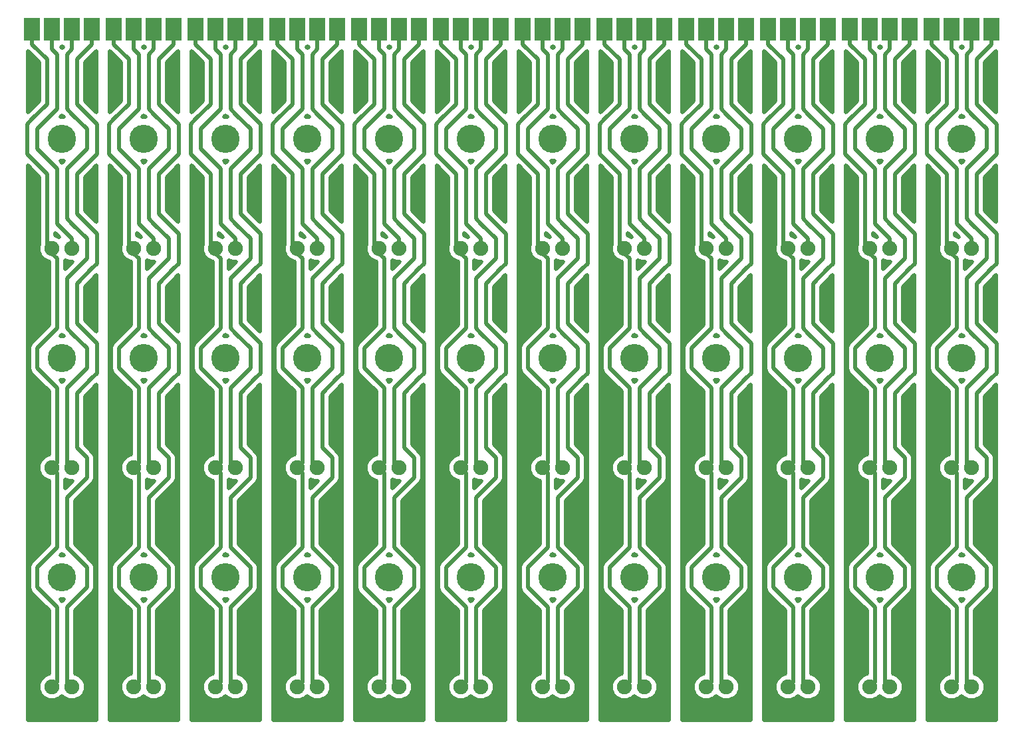
<source format=gtl>
%FSLAX34Y34*%
G04 Gerber Fmt 3.4, Leading zero omitted, Abs format*
G04 (created by PCBNEW (2014-04-22 BZR 4817)-product) date Mon 08 Sep 2014 03:11:33 PM CDT*
%MOIN*%
G01*
G70*
G90*
G04 APERTURE LIST*
%ADD10C,0.005000*%
%ADD11R,0.078740X0.118110*%
%ADD12C,0.141732*%
%ADD13C,0.074803*%
%ADD14C,0.020000*%
G04 APERTURE END LIST*
G54D10*
G54D11*
X154100Y-31000D03*
X155100Y-31000D03*
X156100Y-31000D03*
X157100Y-31000D03*
G54D12*
X155600Y-58500D03*
X155600Y-47500D03*
X155600Y-36500D03*
G54D11*
X145900Y-31000D03*
X146900Y-31000D03*
X147900Y-31000D03*
X148900Y-31000D03*
G54D12*
X147400Y-58500D03*
X147400Y-47500D03*
X147400Y-36500D03*
G54D11*
X141800Y-31000D03*
X142800Y-31000D03*
X143800Y-31000D03*
X144800Y-31000D03*
G54D12*
X143300Y-58500D03*
X143300Y-47500D03*
X143300Y-36500D03*
X126900Y-36500D03*
X126900Y-47500D03*
X126900Y-58500D03*
G54D11*
X128400Y-31000D03*
X127400Y-31000D03*
X126400Y-31000D03*
X125400Y-31000D03*
X129500Y-31000D03*
X130500Y-31000D03*
X131500Y-31000D03*
X132500Y-31000D03*
G54D12*
X131000Y-58500D03*
X131000Y-47500D03*
X131000Y-36500D03*
X139200Y-36500D03*
X139200Y-47500D03*
X139200Y-58500D03*
G54D11*
X140700Y-31000D03*
X139700Y-31000D03*
X138700Y-31000D03*
X137700Y-31000D03*
X133600Y-31000D03*
X134600Y-31000D03*
X135600Y-31000D03*
X136600Y-31000D03*
G54D12*
X135100Y-58500D03*
X135100Y-47500D03*
X135100Y-36500D03*
X118700Y-36500D03*
X118700Y-47500D03*
X118700Y-58500D03*
G54D11*
X120200Y-31000D03*
X119200Y-31000D03*
X118200Y-31000D03*
X117200Y-31000D03*
X121300Y-31000D03*
X122300Y-31000D03*
X123300Y-31000D03*
X124300Y-31000D03*
G54D12*
X122800Y-58500D03*
X122800Y-47500D03*
X122800Y-36500D03*
X114600Y-36500D03*
X114600Y-47500D03*
X114600Y-58500D03*
G54D11*
X116100Y-31000D03*
X115100Y-31000D03*
X114100Y-31000D03*
X113100Y-31000D03*
G54D12*
X151500Y-36500D03*
X151500Y-47500D03*
X151500Y-58500D03*
G54D11*
X153000Y-31000D03*
X152000Y-31000D03*
X151000Y-31000D03*
X150000Y-31000D03*
X109000Y-31000D03*
X110000Y-31000D03*
X111000Y-31000D03*
X112000Y-31000D03*
G54D12*
X110500Y-58500D03*
X110500Y-47500D03*
X110500Y-36500D03*
G54D13*
X110000Y-42000D03*
X111000Y-42000D03*
X110000Y-53000D03*
X111000Y-53000D03*
X110000Y-64000D03*
X111000Y-64000D03*
X151000Y-64000D03*
X152000Y-64000D03*
X151000Y-53000D03*
X152000Y-53000D03*
X151000Y-42000D03*
X152000Y-42000D03*
X114100Y-64000D03*
X115100Y-64000D03*
X114100Y-53000D03*
X115100Y-53000D03*
X114100Y-42000D03*
X115100Y-42000D03*
X122300Y-42000D03*
X123300Y-42000D03*
X122300Y-53000D03*
X123300Y-53000D03*
X122300Y-64000D03*
X123300Y-64000D03*
X118200Y-64000D03*
X119200Y-64000D03*
X118200Y-53000D03*
X119200Y-53000D03*
X118200Y-42000D03*
X119200Y-42000D03*
X134600Y-42000D03*
X135600Y-42000D03*
X134600Y-53000D03*
X135600Y-53000D03*
X134600Y-64000D03*
X135600Y-64000D03*
X138700Y-64000D03*
X139700Y-64000D03*
X138700Y-53000D03*
X139700Y-53000D03*
X138700Y-42000D03*
X139700Y-42000D03*
X130500Y-42000D03*
X131500Y-42000D03*
X130500Y-53000D03*
X131500Y-53000D03*
X130500Y-64000D03*
X131500Y-64000D03*
X126400Y-64000D03*
X127400Y-64000D03*
X126400Y-53000D03*
X127400Y-53000D03*
X126400Y-42000D03*
X127400Y-42000D03*
X142800Y-42000D03*
X143800Y-42000D03*
X142800Y-53000D03*
X143800Y-53000D03*
X142800Y-64000D03*
X143800Y-64000D03*
X146900Y-42000D03*
X147900Y-42000D03*
X146900Y-53000D03*
X147900Y-53000D03*
X146900Y-64000D03*
X147900Y-64000D03*
X155100Y-42000D03*
X156100Y-42000D03*
X155100Y-53000D03*
X156100Y-53000D03*
X155100Y-64000D03*
X156100Y-64000D03*
G54D14*
X146900Y-31000D02*
X146900Y-31750D01*
X146150Y-37000D02*
X146150Y-36000D01*
X146150Y-36000D02*
X146900Y-35250D01*
X146900Y-32000D02*
X147150Y-32250D01*
X147150Y-32250D02*
X147150Y-35000D01*
X147150Y-35000D02*
X146900Y-35250D01*
X146900Y-31750D02*
X146900Y-32000D01*
X146150Y-37000D02*
X147150Y-38000D01*
X142800Y-31000D02*
X142800Y-31750D01*
X142050Y-37000D02*
X142050Y-36000D01*
X142050Y-36000D02*
X142800Y-35250D01*
X142800Y-32000D02*
X143050Y-32250D01*
X143050Y-32250D02*
X143050Y-35000D01*
X143050Y-35000D02*
X142800Y-35250D01*
X142800Y-31750D02*
X142800Y-32000D01*
X142050Y-37000D02*
X143050Y-38000D01*
X126400Y-31750D02*
X126400Y-32000D01*
X126650Y-35000D02*
X126400Y-35250D01*
X126650Y-32250D02*
X126650Y-35000D01*
X126400Y-32000D02*
X126650Y-32250D01*
X126400Y-31000D02*
X126400Y-31750D01*
X130500Y-31000D02*
X130500Y-31750D01*
X129750Y-37000D02*
X129750Y-36000D01*
X129750Y-36000D02*
X130500Y-35250D01*
X130500Y-32000D02*
X130750Y-32250D01*
X130750Y-32250D02*
X130750Y-35000D01*
X130750Y-35000D02*
X130500Y-35250D01*
X130500Y-31750D02*
X130500Y-32000D01*
X129750Y-37000D02*
X130750Y-38000D01*
X138700Y-31750D02*
X138700Y-32000D01*
X138950Y-35000D02*
X138700Y-35250D01*
X138950Y-32250D02*
X138950Y-35000D01*
X138700Y-32000D02*
X138950Y-32250D01*
X138700Y-31000D02*
X138700Y-31750D01*
X134600Y-31000D02*
X134600Y-31750D01*
X133850Y-37000D02*
X133850Y-36000D01*
X133850Y-36000D02*
X134600Y-35250D01*
X134600Y-32000D02*
X134850Y-32250D01*
X134850Y-32250D02*
X134850Y-35000D01*
X134850Y-35000D02*
X134600Y-35250D01*
X134600Y-31750D02*
X134600Y-32000D01*
X133850Y-37000D02*
X134850Y-38000D01*
X118200Y-31750D02*
X118200Y-32000D01*
X118450Y-35000D02*
X118200Y-35250D01*
X118450Y-32250D02*
X118450Y-35000D01*
X118200Y-32000D02*
X118450Y-32250D01*
X118200Y-31000D02*
X118200Y-31750D01*
X122300Y-31000D02*
X122300Y-31750D01*
X121550Y-37000D02*
X121550Y-36000D01*
X121550Y-36000D02*
X122300Y-35250D01*
X122300Y-32000D02*
X122550Y-32250D01*
X122550Y-32250D02*
X122550Y-35000D01*
X122550Y-35000D02*
X122300Y-35250D01*
X122300Y-31750D02*
X122300Y-32000D01*
X121550Y-37000D02*
X122550Y-38000D01*
X114100Y-31750D02*
X114100Y-32000D01*
X114350Y-35000D02*
X114100Y-35250D01*
X114350Y-32250D02*
X114350Y-35000D01*
X114100Y-32000D02*
X114350Y-32250D01*
X114100Y-31000D02*
X114100Y-31750D01*
X151000Y-31750D02*
X151000Y-32000D01*
X151250Y-35000D02*
X151000Y-35250D01*
X151250Y-32250D02*
X151250Y-35000D01*
X151000Y-32000D02*
X151250Y-32250D01*
X151000Y-31000D02*
X151000Y-31750D01*
X110000Y-31000D02*
X110000Y-31750D01*
X109250Y-37000D02*
X109250Y-36000D01*
X109250Y-36000D02*
X110000Y-35250D01*
X110000Y-32000D02*
X110250Y-32250D01*
X110250Y-32250D02*
X110250Y-35000D01*
X110250Y-35000D02*
X110000Y-35250D01*
X110000Y-31750D02*
X110000Y-32000D01*
X109250Y-37000D02*
X110250Y-38000D01*
X155100Y-31000D02*
X155100Y-31750D01*
X154350Y-37000D02*
X154350Y-36000D01*
X154350Y-36000D02*
X155100Y-35250D01*
X155100Y-32000D02*
X155350Y-32250D01*
X155350Y-32250D02*
X155350Y-35000D01*
X155350Y-35000D02*
X155100Y-35250D01*
X155100Y-31750D02*
X155100Y-32000D01*
X154350Y-37000D02*
X155350Y-38000D01*
X110250Y-38000D02*
X110250Y-40750D01*
X111000Y-41500D02*
X111000Y-42000D01*
X110250Y-40750D02*
X111000Y-41500D01*
X147150Y-38000D02*
X147150Y-40750D01*
X147900Y-41500D02*
X147900Y-42000D01*
X147150Y-40750D02*
X147900Y-41500D01*
X143050Y-38000D02*
X143050Y-40750D01*
X143800Y-41500D02*
X143800Y-42000D01*
X143050Y-40750D02*
X143800Y-41500D01*
X126650Y-40750D02*
X127400Y-41500D01*
X127400Y-41500D02*
X127400Y-42000D01*
X125650Y-37000D02*
X126650Y-38000D01*
X126650Y-38000D02*
X126650Y-40750D01*
X125650Y-36000D02*
X126400Y-35250D01*
X125650Y-37000D02*
X125650Y-36000D01*
X130750Y-38000D02*
X130750Y-40750D01*
X131500Y-41500D02*
X131500Y-42000D01*
X130750Y-40750D02*
X131500Y-41500D01*
X138950Y-40750D02*
X139700Y-41500D01*
X139700Y-41500D02*
X139700Y-42000D01*
X137950Y-37000D02*
X138950Y-38000D01*
X138950Y-38000D02*
X138950Y-40750D01*
X137950Y-36000D02*
X138700Y-35250D01*
X137950Y-37000D02*
X137950Y-36000D01*
X134850Y-38000D02*
X134850Y-40750D01*
X135600Y-41500D02*
X135600Y-42000D01*
X134850Y-40750D02*
X135600Y-41500D01*
X118450Y-40750D02*
X119200Y-41500D01*
X119200Y-41500D02*
X119200Y-42000D01*
X117450Y-37000D02*
X118450Y-38000D01*
X118450Y-38000D02*
X118450Y-40750D01*
X117450Y-36000D02*
X118200Y-35250D01*
X117450Y-37000D02*
X117450Y-36000D01*
X122550Y-38000D02*
X122550Y-40750D01*
X123300Y-41500D02*
X123300Y-42000D01*
X122550Y-40750D02*
X123300Y-41500D01*
X114350Y-40750D02*
X115100Y-41500D01*
X115100Y-41500D02*
X115100Y-42000D01*
X113350Y-37000D02*
X114350Y-38000D01*
X114350Y-38000D02*
X114350Y-40750D01*
X113350Y-36000D02*
X114100Y-35250D01*
X113350Y-37000D02*
X113350Y-36000D01*
X151250Y-40750D02*
X152000Y-41500D01*
X152000Y-41500D02*
X152000Y-42000D01*
X150250Y-37000D02*
X151250Y-38000D01*
X151250Y-38000D02*
X151250Y-40750D01*
X150250Y-36000D02*
X151000Y-35250D01*
X150250Y-37000D02*
X150250Y-36000D01*
X155350Y-38000D02*
X155350Y-40750D01*
X156100Y-41500D02*
X156100Y-42000D01*
X155350Y-40750D02*
X156100Y-41500D01*
X145650Y-37250D02*
X145900Y-37500D01*
X145650Y-37000D02*
X145650Y-37250D01*
X146650Y-38250D02*
X146650Y-41750D01*
X146650Y-41750D02*
X146900Y-42000D01*
X145900Y-37500D02*
X146650Y-38250D01*
X146900Y-42250D02*
X147150Y-42500D01*
X147150Y-42500D02*
X147150Y-46000D01*
X147150Y-46000D02*
X146150Y-47000D01*
X146150Y-47000D02*
X146150Y-48000D01*
X146150Y-48000D02*
X147150Y-49000D01*
X146900Y-42000D02*
X146900Y-42250D01*
X141550Y-37250D02*
X141800Y-37500D01*
X141550Y-37000D02*
X141550Y-37250D01*
X142550Y-38250D02*
X142550Y-41750D01*
X142550Y-41750D02*
X142800Y-42000D01*
X141800Y-37500D02*
X142550Y-38250D01*
X142800Y-42250D02*
X143050Y-42500D01*
X143050Y-42500D02*
X143050Y-46000D01*
X143050Y-46000D02*
X142050Y-47000D01*
X142050Y-47000D02*
X142050Y-48000D01*
X142050Y-48000D02*
X143050Y-49000D01*
X142800Y-42000D02*
X142800Y-42250D01*
X126400Y-42000D02*
X126400Y-42250D01*
X126400Y-42250D02*
X126650Y-42500D01*
X125400Y-37500D02*
X126150Y-38250D01*
X126150Y-41750D02*
X126400Y-42000D01*
X126150Y-38250D02*
X126150Y-41750D01*
X125150Y-37000D02*
X125150Y-37250D01*
X125150Y-37000D02*
X125150Y-36000D01*
X125150Y-35750D02*
X125400Y-35500D01*
X125150Y-36000D02*
X125150Y-35750D01*
X125150Y-37250D02*
X125400Y-37500D01*
X129250Y-37250D02*
X129500Y-37500D01*
X129250Y-37000D02*
X129250Y-37250D01*
X130250Y-38250D02*
X130250Y-41750D01*
X130250Y-41750D02*
X130500Y-42000D01*
X129500Y-37500D02*
X130250Y-38250D01*
X130500Y-42250D02*
X130750Y-42500D01*
X130750Y-42500D02*
X130750Y-46000D01*
X130750Y-46000D02*
X129750Y-47000D01*
X129750Y-47000D02*
X129750Y-48000D01*
X129750Y-48000D02*
X130750Y-49000D01*
X130500Y-42000D02*
X130500Y-42250D01*
X138700Y-42000D02*
X138700Y-42250D01*
X138700Y-42250D02*
X138950Y-42500D01*
X137700Y-37500D02*
X138450Y-38250D01*
X138450Y-41750D02*
X138700Y-42000D01*
X138450Y-38250D02*
X138450Y-41750D01*
X137450Y-37000D02*
X137450Y-37250D01*
X137450Y-37000D02*
X137450Y-36000D01*
X137450Y-35750D02*
X137700Y-35500D01*
X137450Y-36000D02*
X137450Y-35750D01*
X137450Y-37250D02*
X137700Y-37500D01*
X133350Y-37250D02*
X133600Y-37500D01*
X133350Y-37000D02*
X133350Y-37250D01*
X134350Y-38250D02*
X134350Y-41750D01*
X134350Y-41750D02*
X134600Y-42000D01*
X133600Y-37500D02*
X134350Y-38250D01*
X134600Y-42250D02*
X134850Y-42500D01*
X134850Y-42500D02*
X134850Y-46000D01*
X134850Y-46000D02*
X133850Y-47000D01*
X133850Y-47000D02*
X133850Y-48000D01*
X133850Y-48000D02*
X134850Y-49000D01*
X134600Y-42000D02*
X134600Y-42250D01*
X118200Y-42000D02*
X118200Y-42250D01*
X118200Y-42250D02*
X118450Y-42500D01*
X117200Y-37500D02*
X117950Y-38250D01*
X117950Y-41750D02*
X118200Y-42000D01*
X117950Y-38250D02*
X117950Y-41750D01*
X116950Y-37000D02*
X116950Y-37250D01*
X116950Y-37000D02*
X116950Y-36000D01*
X116950Y-35750D02*
X117200Y-35500D01*
X116950Y-36000D02*
X116950Y-35750D01*
X116950Y-37250D02*
X117200Y-37500D01*
X121050Y-37250D02*
X121300Y-37500D01*
X121050Y-37000D02*
X121050Y-37250D01*
X122050Y-38250D02*
X122050Y-41750D01*
X122050Y-41750D02*
X122300Y-42000D01*
X121300Y-37500D02*
X122050Y-38250D01*
X122300Y-42250D02*
X122550Y-42500D01*
X122550Y-42500D02*
X122550Y-46000D01*
X122550Y-46000D02*
X121550Y-47000D01*
X121550Y-47000D02*
X121550Y-48000D01*
X121550Y-48000D02*
X122550Y-49000D01*
X122300Y-42000D02*
X122300Y-42250D01*
X114100Y-42000D02*
X114100Y-42250D01*
X114100Y-42250D02*
X114350Y-42500D01*
X113100Y-37500D02*
X113850Y-38250D01*
X113850Y-41750D02*
X114100Y-42000D01*
X113850Y-38250D02*
X113850Y-41750D01*
X112850Y-37000D02*
X112850Y-37250D01*
X112850Y-37000D02*
X112850Y-36000D01*
X112850Y-35750D02*
X113100Y-35500D01*
X112850Y-36000D02*
X112850Y-35750D01*
X112850Y-37250D02*
X113100Y-37500D01*
X151000Y-42000D02*
X151000Y-42250D01*
X151000Y-42250D02*
X151250Y-42500D01*
X150000Y-37500D02*
X150750Y-38250D01*
X150750Y-41750D02*
X151000Y-42000D01*
X150750Y-38250D02*
X150750Y-41750D01*
X149750Y-37000D02*
X149750Y-37250D01*
X149750Y-37000D02*
X149750Y-36000D01*
X149750Y-35750D02*
X150000Y-35500D01*
X149750Y-36000D02*
X149750Y-35750D01*
X149750Y-37250D02*
X150000Y-37500D01*
X153850Y-37250D02*
X154100Y-37500D01*
X153850Y-37000D02*
X153850Y-37250D01*
X154850Y-38250D02*
X154850Y-41750D01*
X154850Y-41750D02*
X155100Y-42000D01*
X154100Y-37500D02*
X154850Y-38250D01*
X155100Y-42250D02*
X155350Y-42500D01*
X155350Y-42500D02*
X155350Y-46000D01*
X155350Y-46000D02*
X154350Y-47000D01*
X154350Y-47000D02*
X154350Y-48000D01*
X154350Y-48000D02*
X155350Y-49000D01*
X155100Y-42000D02*
X155100Y-42250D01*
X145650Y-36000D02*
X145650Y-35750D01*
X145650Y-37000D02*
X145650Y-36000D01*
X141550Y-36000D02*
X141550Y-35750D01*
X141550Y-37000D02*
X141550Y-36000D01*
X126150Y-34750D02*
X125400Y-35500D01*
X126150Y-32500D02*
X126150Y-34750D01*
X129250Y-36000D02*
X129250Y-35750D01*
X129250Y-37000D02*
X129250Y-36000D01*
X138450Y-34750D02*
X137700Y-35500D01*
X138450Y-32500D02*
X138450Y-34750D01*
X133350Y-36000D02*
X133350Y-35750D01*
X133350Y-37000D02*
X133350Y-36000D01*
X117950Y-34750D02*
X117200Y-35500D01*
X117950Y-32500D02*
X117950Y-34750D01*
X121050Y-36000D02*
X121050Y-35750D01*
X121050Y-37000D02*
X121050Y-36000D01*
X113850Y-34750D02*
X113100Y-35500D01*
X113850Y-32500D02*
X113850Y-34750D01*
X150750Y-34750D02*
X150000Y-35500D01*
X150750Y-32500D02*
X150750Y-34750D01*
X153850Y-36000D02*
X153850Y-35750D01*
X153850Y-37000D02*
X153850Y-36000D01*
X126650Y-42500D02*
X126650Y-46000D01*
X138950Y-42500D02*
X138950Y-46000D01*
X118450Y-42500D02*
X118450Y-46000D01*
X114350Y-42500D02*
X114350Y-46000D01*
X151250Y-42500D02*
X151250Y-46000D01*
X125400Y-31750D02*
X126150Y-32500D01*
X137700Y-31750D02*
X138450Y-32500D01*
X117200Y-31750D02*
X117950Y-32500D01*
X113100Y-31750D02*
X113850Y-32500D01*
X150000Y-31750D02*
X150750Y-32500D01*
X126650Y-46000D02*
X125650Y-47000D01*
X138950Y-46000D02*
X137950Y-47000D01*
X118450Y-46000D02*
X117450Y-47000D01*
X114350Y-46000D02*
X113350Y-47000D01*
X151250Y-46000D02*
X150250Y-47000D01*
X125650Y-47000D02*
X125650Y-48000D01*
X137950Y-47000D02*
X137950Y-48000D01*
X117450Y-47000D02*
X117450Y-48000D01*
X113350Y-47000D02*
X113350Y-48000D01*
X150250Y-47000D02*
X150250Y-48000D01*
X125650Y-48000D02*
X126650Y-49000D01*
X137950Y-48000D02*
X138950Y-49000D01*
X117450Y-48000D02*
X118450Y-49000D01*
X113350Y-48000D02*
X114350Y-49000D01*
X150250Y-48000D02*
X151250Y-49000D01*
X108750Y-37250D02*
X109000Y-37500D01*
X108750Y-37000D02*
X108750Y-37250D01*
X109750Y-38250D02*
X109750Y-41750D01*
X109750Y-41750D02*
X110000Y-42000D01*
X109000Y-37500D02*
X109750Y-38250D01*
X110000Y-42250D02*
X110250Y-42500D01*
X110250Y-42500D02*
X110250Y-46000D01*
X110250Y-46000D02*
X109250Y-47000D01*
X109250Y-47000D02*
X109250Y-48000D01*
X109250Y-48000D02*
X110250Y-49000D01*
X110000Y-42000D02*
X110000Y-42250D01*
X108750Y-36000D02*
X108750Y-35750D01*
X108750Y-37000D02*
X108750Y-36000D01*
X145650Y-35750D02*
X145900Y-35500D01*
X145900Y-31750D02*
X146650Y-32500D01*
X146650Y-32500D02*
X146650Y-34750D01*
X146650Y-34750D02*
X145900Y-35500D01*
X145900Y-31000D02*
X145900Y-31750D01*
X141550Y-35750D02*
X141800Y-35500D01*
X141800Y-31750D02*
X142550Y-32500D01*
X142550Y-32500D02*
X142550Y-34750D01*
X142550Y-34750D02*
X141800Y-35500D01*
X141800Y-31000D02*
X141800Y-31750D01*
X125400Y-31000D02*
X125400Y-31750D01*
X129250Y-35750D02*
X129500Y-35500D01*
X129500Y-31750D02*
X130250Y-32500D01*
X130250Y-32500D02*
X130250Y-34750D01*
X130250Y-34750D02*
X129500Y-35500D01*
X129500Y-31000D02*
X129500Y-31750D01*
X137700Y-31000D02*
X137700Y-31750D01*
X133350Y-35750D02*
X133600Y-35500D01*
X133600Y-31750D02*
X134350Y-32500D01*
X134350Y-32500D02*
X134350Y-34750D01*
X134350Y-34750D02*
X133600Y-35500D01*
X133600Y-31000D02*
X133600Y-31750D01*
X117200Y-31000D02*
X117200Y-31750D01*
X121050Y-35750D02*
X121300Y-35500D01*
X121300Y-31750D02*
X122050Y-32500D01*
X122050Y-32500D02*
X122050Y-34750D01*
X122050Y-34750D02*
X121300Y-35500D01*
X121300Y-31000D02*
X121300Y-31750D01*
X113100Y-31000D02*
X113100Y-31750D01*
X150000Y-31000D02*
X150000Y-31750D01*
X108750Y-35750D02*
X109000Y-35500D01*
X109000Y-31750D02*
X109750Y-32500D01*
X109750Y-32500D02*
X109750Y-34750D01*
X109750Y-34750D02*
X109000Y-35500D01*
X109000Y-31000D02*
X109000Y-31750D01*
X153850Y-35750D02*
X154100Y-35500D01*
X154100Y-31750D02*
X154850Y-32500D01*
X154850Y-32500D02*
X154850Y-34750D01*
X154850Y-34750D02*
X154100Y-35500D01*
X154100Y-31000D02*
X154100Y-31750D01*
X110250Y-49000D02*
X110250Y-52750D01*
X110250Y-52750D02*
X110000Y-53000D01*
X110250Y-53250D02*
X110250Y-57000D01*
X110250Y-57000D02*
X109250Y-58000D01*
X109250Y-58000D02*
X109250Y-59000D01*
X109250Y-59000D02*
X110250Y-60000D01*
X110000Y-53000D02*
X110250Y-53250D01*
X110250Y-60000D02*
X110250Y-63750D01*
X110250Y-63750D02*
X110000Y-64000D01*
X147150Y-49000D02*
X147150Y-52750D01*
X147150Y-52750D02*
X146900Y-53000D01*
X147150Y-53250D02*
X147150Y-57000D01*
X147150Y-57000D02*
X146150Y-58000D01*
X146150Y-58000D02*
X146150Y-59000D01*
X146150Y-59000D02*
X147150Y-60000D01*
X146900Y-53000D02*
X147150Y-53250D01*
X143050Y-49000D02*
X143050Y-52750D01*
X143050Y-52750D02*
X142800Y-53000D01*
X143050Y-53250D02*
X143050Y-57000D01*
X143050Y-57000D02*
X142050Y-58000D01*
X142050Y-58000D02*
X142050Y-59000D01*
X142050Y-59000D02*
X143050Y-60000D01*
X142800Y-53000D02*
X143050Y-53250D01*
X126400Y-53000D02*
X126650Y-53250D01*
X126650Y-53250D02*
X126650Y-57000D01*
X126650Y-52750D02*
X126400Y-53000D01*
X126650Y-49000D02*
X126650Y-52750D01*
X130750Y-49000D02*
X130750Y-52750D01*
X130750Y-52750D02*
X130500Y-53000D01*
X130750Y-53250D02*
X130750Y-57000D01*
X130750Y-57000D02*
X129750Y-58000D01*
X129750Y-58000D02*
X129750Y-59000D01*
X129750Y-59000D02*
X130750Y-60000D01*
X130500Y-53000D02*
X130750Y-53250D01*
X138700Y-53000D02*
X138950Y-53250D01*
X138950Y-53250D02*
X138950Y-57000D01*
X138950Y-52750D02*
X138700Y-53000D01*
X138950Y-49000D02*
X138950Y-52750D01*
X134850Y-49000D02*
X134850Y-52750D01*
X134850Y-52750D02*
X134600Y-53000D01*
X134850Y-53250D02*
X134850Y-57000D01*
X134850Y-57000D02*
X133850Y-58000D01*
X133850Y-58000D02*
X133850Y-59000D01*
X133850Y-59000D02*
X134850Y-60000D01*
X134600Y-53000D02*
X134850Y-53250D01*
X118200Y-53000D02*
X118450Y-53250D01*
X118450Y-53250D02*
X118450Y-57000D01*
X118450Y-52750D02*
X118200Y-53000D01*
X118450Y-49000D02*
X118450Y-52750D01*
X122550Y-49000D02*
X122550Y-52750D01*
X122550Y-52750D02*
X122300Y-53000D01*
X122550Y-53250D02*
X122550Y-57000D01*
X122550Y-57000D02*
X121550Y-58000D01*
X121550Y-58000D02*
X121550Y-59000D01*
X121550Y-59000D02*
X122550Y-60000D01*
X122300Y-53000D02*
X122550Y-53250D01*
X114100Y-53000D02*
X114350Y-53250D01*
X114350Y-53250D02*
X114350Y-57000D01*
X114350Y-52750D02*
X114100Y-53000D01*
X114350Y-49000D02*
X114350Y-52750D01*
X151000Y-53000D02*
X151250Y-53250D01*
X151250Y-53250D02*
X151250Y-57000D01*
X151250Y-52750D02*
X151000Y-53000D01*
X151250Y-49000D02*
X151250Y-52750D01*
X155350Y-49000D02*
X155350Y-52750D01*
X155350Y-52750D02*
X155100Y-53000D01*
X155350Y-53250D02*
X155350Y-57000D01*
X155350Y-57000D02*
X154350Y-58000D01*
X154350Y-58000D02*
X154350Y-59000D01*
X154350Y-59000D02*
X155350Y-60000D01*
X155100Y-53000D02*
X155350Y-53250D01*
X126650Y-57000D02*
X125650Y-58000D01*
X138950Y-57000D02*
X137950Y-58000D01*
X118450Y-57000D02*
X117450Y-58000D01*
X114350Y-57000D02*
X113350Y-58000D01*
X151250Y-57000D02*
X150250Y-58000D01*
X125650Y-58000D02*
X125650Y-59000D01*
X137950Y-58000D02*
X137950Y-59000D01*
X117450Y-58000D02*
X117450Y-59000D01*
X113350Y-58000D02*
X113350Y-59000D01*
X150250Y-58000D02*
X150250Y-59000D01*
X125650Y-59000D02*
X126650Y-60000D01*
X137950Y-59000D02*
X138950Y-60000D01*
X117450Y-59000D02*
X118450Y-60000D01*
X113350Y-59000D02*
X114350Y-60000D01*
X150250Y-59000D02*
X151250Y-60000D01*
X147150Y-60000D02*
X147150Y-63750D01*
X147150Y-63750D02*
X146900Y-64000D01*
X143050Y-60000D02*
X143050Y-63750D01*
X143050Y-63750D02*
X142800Y-64000D01*
X126650Y-63750D02*
X126400Y-64000D01*
X126650Y-60000D02*
X126650Y-63750D01*
X130750Y-60000D02*
X130750Y-63750D01*
X130750Y-63750D02*
X130500Y-64000D01*
X138950Y-63750D02*
X138700Y-64000D01*
X138950Y-60000D02*
X138950Y-63750D01*
X134850Y-60000D02*
X134850Y-63750D01*
X134850Y-63750D02*
X134600Y-64000D01*
X118450Y-63750D02*
X118200Y-64000D01*
X118450Y-60000D02*
X118450Y-63750D01*
X122550Y-60000D02*
X122550Y-63750D01*
X122550Y-63750D02*
X122300Y-64000D01*
X114350Y-63750D02*
X114100Y-64000D01*
X114350Y-60000D02*
X114350Y-63750D01*
X151250Y-63750D02*
X151000Y-64000D01*
X151250Y-60000D02*
X151250Y-63750D01*
X155350Y-60000D02*
X155350Y-63750D01*
X155350Y-63750D02*
X155100Y-64000D01*
X148650Y-47000D02*
X148650Y-48000D01*
X147900Y-46250D02*
X148650Y-47000D01*
X147650Y-46000D02*
X147900Y-46250D01*
X147650Y-49000D02*
X147650Y-52750D01*
X147650Y-52750D02*
X147900Y-53000D01*
X148650Y-48000D02*
X147650Y-49000D01*
X144550Y-47000D02*
X144550Y-48000D01*
X143800Y-46250D02*
X144550Y-47000D01*
X143550Y-46000D02*
X143800Y-46250D01*
X143550Y-49000D02*
X143550Y-52750D01*
X143550Y-52750D02*
X143800Y-53000D01*
X144550Y-48000D02*
X143550Y-49000D01*
X128150Y-48000D02*
X127150Y-49000D01*
X127150Y-52750D02*
X127400Y-53000D01*
X127150Y-49000D02*
X127150Y-52750D01*
X128150Y-42500D02*
X127150Y-43500D01*
X127150Y-46000D02*
X127400Y-46250D01*
X127150Y-43500D02*
X127150Y-46000D01*
X127400Y-40750D02*
X128150Y-41500D01*
X128150Y-41500D02*
X128150Y-42500D01*
X127400Y-46250D02*
X128150Y-47000D01*
X128150Y-47000D02*
X128150Y-48000D01*
X132250Y-47000D02*
X132250Y-48000D01*
X131500Y-46250D02*
X132250Y-47000D01*
X131250Y-46000D02*
X131500Y-46250D01*
X131250Y-49000D02*
X131250Y-52750D01*
X131250Y-52750D02*
X131500Y-53000D01*
X132250Y-48000D02*
X131250Y-49000D01*
X140450Y-48000D02*
X139450Y-49000D01*
X139450Y-52750D02*
X139700Y-53000D01*
X139450Y-49000D02*
X139450Y-52750D01*
X140450Y-42500D02*
X139450Y-43500D01*
X139450Y-46000D02*
X139700Y-46250D01*
X139450Y-43500D02*
X139450Y-46000D01*
X139700Y-40750D02*
X140450Y-41500D01*
X140450Y-41500D02*
X140450Y-42500D01*
X139700Y-46250D02*
X140450Y-47000D01*
X140450Y-47000D02*
X140450Y-48000D01*
X136350Y-47000D02*
X136350Y-48000D01*
X135600Y-46250D02*
X136350Y-47000D01*
X135350Y-46000D02*
X135600Y-46250D01*
X135350Y-49000D02*
X135350Y-52750D01*
X135350Y-52750D02*
X135600Y-53000D01*
X136350Y-48000D02*
X135350Y-49000D01*
X119950Y-48000D02*
X118950Y-49000D01*
X118950Y-52750D02*
X119200Y-53000D01*
X118950Y-49000D02*
X118950Y-52750D01*
X119950Y-42500D02*
X118950Y-43500D01*
X118950Y-46000D02*
X119200Y-46250D01*
X118950Y-43500D02*
X118950Y-46000D01*
X119200Y-40750D02*
X119950Y-41500D01*
X119950Y-41500D02*
X119950Y-42500D01*
X119200Y-46250D02*
X119950Y-47000D01*
X119950Y-47000D02*
X119950Y-48000D01*
X124050Y-47000D02*
X124050Y-48000D01*
X123300Y-46250D02*
X124050Y-47000D01*
X123050Y-46000D02*
X123300Y-46250D01*
X123050Y-49000D02*
X123050Y-52750D01*
X123050Y-52750D02*
X123300Y-53000D01*
X124050Y-48000D02*
X123050Y-49000D01*
X115850Y-48000D02*
X114850Y-49000D01*
X114850Y-52750D02*
X115100Y-53000D01*
X114850Y-49000D02*
X114850Y-52750D01*
X115850Y-42500D02*
X114850Y-43500D01*
X114850Y-46000D02*
X115100Y-46250D01*
X114850Y-43500D02*
X114850Y-46000D01*
X115100Y-40750D02*
X115850Y-41500D01*
X115850Y-41500D02*
X115850Y-42500D01*
X115100Y-46250D02*
X115850Y-47000D01*
X115850Y-47000D02*
X115850Y-48000D01*
X152750Y-48000D02*
X151750Y-49000D01*
X151750Y-52750D02*
X152000Y-53000D01*
X151750Y-49000D02*
X151750Y-52750D01*
X152750Y-42500D02*
X151750Y-43500D01*
X151750Y-46000D02*
X152000Y-46250D01*
X151750Y-43500D02*
X151750Y-46000D01*
X152000Y-40750D02*
X152750Y-41500D01*
X152750Y-41500D02*
X152750Y-42500D01*
X152000Y-46250D02*
X152750Y-47000D01*
X152750Y-47000D02*
X152750Y-48000D01*
X156850Y-47000D02*
X156850Y-48000D01*
X156100Y-46250D02*
X156850Y-47000D01*
X155850Y-46000D02*
X156100Y-46250D01*
X155850Y-49000D02*
X155850Y-52750D01*
X155850Y-52750D02*
X156100Y-53000D01*
X156850Y-48000D02*
X155850Y-49000D01*
X147650Y-43500D02*
X147650Y-46000D01*
X143550Y-43500D02*
X143550Y-46000D01*
X128150Y-37000D02*
X127150Y-38000D01*
X127150Y-40500D02*
X127400Y-40750D01*
X127150Y-38000D02*
X127150Y-40500D01*
X128150Y-36000D02*
X128150Y-37000D01*
X127400Y-35250D02*
X128150Y-36000D01*
X131250Y-43500D02*
X131250Y-46000D01*
X140450Y-37000D02*
X139450Y-38000D01*
X139450Y-40500D02*
X139700Y-40750D01*
X139450Y-38000D02*
X139450Y-40500D01*
X140450Y-36000D02*
X140450Y-37000D01*
X139700Y-35250D02*
X140450Y-36000D01*
X135350Y-43500D02*
X135350Y-46000D01*
X119950Y-37000D02*
X118950Y-38000D01*
X118950Y-40500D02*
X119200Y-40750D01*
X118950Y-38000D02*
X118950Y-40500D01*
X119950Y-36000D02*
X119950Y-37000D01*
X119200Y-35250D02*
X119950Y-36000D01*
X123050Y-43500D02*
X123050Y-46000D01*
X115850Y-37000D02*
X114850Y-38000D01*
X114850Y-40500D02*
X115100Y-40750D01*
X114850Y-38000D02*
X114850Y-40500D01*
X115850Y-36000D02*
X115850Y-37000D01*
X115100Y-35250D02*
X115850Y-36000D01*
X152750Y-37000D02*
X151750Y-38000D01*
X151750Y-40500D02*
X152000Y-40750D01*
X151750Y-38000D02*
X151750Y-40500D01*
X152750Y-36000D02*
X152750Y-37000D01*
X152000Y-35250D02*
X152750Y-36000D01*
X155850Y-43500D02*
X155850Y-46000D01*
X148650Y-42500D02*
X147650Y-43500D01*
X144550Y-42500D02*
X143550Y-43500D01*
X132250Y-42500D02*
X131250Y-43500D01*
X136350Y-42500D02*
X135350Y-43500D01*
X124050Y-42500D02*
X123050Y-43500D01*
X156850Y-42500D02*
X155850Y-43500D01*
X148650Y-41500D02*
X148650Y-42500D01*
X144550Y-41500D02*
X144550Y-42500D01*
X132250Y-41500D02*
X132250Y-42500D01*
X136350Y-41500D02*
X136350Y-42500D01*
X124050Y-41500D02*
X124050Y-42500D01*
X156850Y-41500D02*
X156850Y-42500D01*
X111750Y-47000D02*
X111750Y-48000D01*
X111000Y-46250D02*
X111750Y-47000D01*
X110750Y-46000D02*
X111000Y-46250D01*
X110750Y-49000D02*
X110750Y-52750D01*
X110750Y-52750D02*
X111000Y-53000D01*
X111750Y-48000D02*
X110750Y-49000D01*
X110750Y-43500D02*
X110750Y-46000D01*
X111750Y-42500D02*
X110750Y-43500D01*
X147900Y-32000D02*
X147650Y-32250D01*
X147650Y-32250D02*
X147650Y-35000D01*
X147650Y-35000D02*
X147900Y-35250D01*
X147900Y-31000D02*
X147900Y-32000D01*
X147900Y-35250D02*
X148650Y-36000D01*
X148650Y-36000D02*
X148650Y-37000D01*
X147900Y-40750D02*
X148650Y-41500D01*
X147650Y-38000D02*
X147650Y-40500D01*
X147650Y-40500D02*
X147900Y-40750D01*
X148650Y-37000D02*
X147650Y-38000D01*
X143800Y-32000D02*
X143550Y-32250D01*
X143550Y-32250D02*
X143550Y-35000D01*
X143550Y-35000D02*
X143800Y-35250D01*
X143800Y-31000D02*
X143800Y-32000D01*
X143800Y-35250D02*
X144550Y-36000D01*
X144550Y-36000D02*
X144550Y-37000D01*
X143800Y-40750D02*
X144550Y-41500D01*
X143550Y-38000D02*
X143550Y-40500D01*
X143550Y-40500D02*
X143800Y-40750D01*
X144550Y-37000D02*
X143550Y-38000D01*
X127400Y-31000D02*
X127400Y-32000D01*
X127150Y-35000D02*
X127400Y-35250D01*
X127150Y-32250D02*
X127150Y-35000D01*
X127400Y-32000D02*
X127150Y-32250D01*
X131500Y-32000D02*
X131250Y-32250D01*
X131250Y-32250D02*
X131250Y-35000D01*
X131250Y-35000D02*
X131500Y-35250D01*
X131500Y-31000D02*
X131500Y-32000D01*
X131500Y-35250D02*
X132250Y-36000D01*
X132250Y-36000D02*
X132250Y-37000D01*
X131500Y-40750D02*
X132250Y-41500D01*
X131250Y-38000D02*
X131250Y-40500D01*
X131250Y-40500D02*
X131500Y-40750D01*
X132250Y-37000D02*
X131250Y-38000D01*
X139700Y-31000D02*
X139700Y-32000D01*
X139450Y-35000D02*
X139700Y-35250D01*
X139450Y-32250D02*
X139450Y-35000D01*
X139700Y-32000D02*
X139450Y-32250D01*
X135600Y-32000D02*
X135350Y-32250D01*
X135350Y-32250D02*
X135350Y-35000D01*
X135350Y-35000D02*
X135600Y-35250D01*
X135600Y-31000D02*
X135600Y-32000D01*
X135600Y-35250D02*
X136350Y-36000D01*
X136350Y-36000D02*
X136350Y-37000D01*
X135600Y-40750D02*
X136350Y-41500D01*
X135350Y-38000D02*
X135350Y-40500D01*
X135350Y-40500D02*
X135600Y-40750D01*
X136350Y-37000D02*
X135350Y-38000D01*
X119200Y-31000D02*
X119200Y-32000D01*
X118950Y-35000D02*
X119200Y-35250D01*
X118950Y-32250D02*
X118950Y-35000D01*
X119200Y-32000D02*
X118950Y-32250D01*
X123300Y-32000D02*
X123050Y-32250D01*
X123050Y-32250D02*
X123050Y-35000D01*
X123050Y-35000D02*
X123300Y-35250D01*
X123300Y-31000D02*
X123300Y-32000D01*
X123300Y-35250D02*
X124050Y-36000D01*
X124050Y-36000D02*
X124050Y-37000D01*
X123300Y-40750D02*
X124050Y-41500D01*
X123050Y-38000D02*
X123050Y-40500D01*
X123050Y-40500D02*
X123300Y-40750D01*
X124050Y-37000D02*
X123050Y-38000D01*
X115100Y-31000D02*
X115100Y-32000D01*
X114850Y-35000D02*
X115100Y-35250D01*
X114850Y-32250D02*
X114850Y-35000D01*
X115100Y-32000D02*
X114850Y-32250D01*
X152000Y-31000D02*
X152000Y-32000D01*
X151750Y-35000D02*
X152000Y-35250D01*
X151750Y-32250D02*
X151750Y-35000D01*
X152000Y-32000D02*
X151750Y-32250D01*
X111000Y-32000D02*
X110750Y-32250D01*
X110750Y-32250D02*
X110750Y-35000D01*
X110750Y-35000D02*
X111000Y-35250D01*
X111000Y-31000D02*
X111000Y-32000D01*
X111000Y-35250D02*
X111750Y-36000D01*
X111750Y-36000D02*
X111750Y-37000D01*
X111750Y-41500D02*
X111750Y-42500D01*
X111000Y-40750D02*
X111750Y-41500D01*
X110750Y-38000D02*
X110750Y-40500D01*
X110750Y-40500D02*
X111000Y-40750D01*
X111750Y-37000D02*
X110750Y-38000D01*
X156100Y-32000D02*
X155850Y-32250D01*
X155850Y-32250D02*
X155850Y-35000D01*
X155850Y-35000D02*
X156100Y-35250D01*
X156100Y-31000D02*
X156100Y-32000D01*
X156100Y-35250D02*
X156850Y-36000D01*
X156850Y-36000D02*
X156850Y-37000D01*
X156100Y-40750D02*
X156850Y-41500D01*
X155850Y-38000D02*
X155850Y-40500D01*
X155850Y-40500D02*
X156100Y-40750D01*
X156850Y-37000D02*
X155850Y-38000D01*
X149150Y-48250D02*
X148900Y-48500D01*
X149150Y-46750D02*
X149150Y-48250D01*
X148150Y-49250D02*
X148150Y-52000D01*
X148150Y-52000D02*
X148650Y-52500D01*
X148650Y-52500D02*
X148650Y-53500D01*
X148650Y-53500D02*
X147650Y-54500D01*
X147650Y-54500D02*
X147650Y-57000D01*
X147650Y-57000D02*
X148650Y-58000D01*
X148650Y-58000D02*
X148650Y-59000D01*
X148650Y-59000D02*
X147650Y-60000D01*
X147650Y-60000D02*
X147650Y-63750D01*
X147650Y-63750D02*
X147900Y-64000D01*
X148900Y-48500D02*
X148150Y-49250D01*
X145050Y-48250D02*
X144800Y-48500D01*
X145050Y-46750D02*
X145050Y-48250D01*
X144050Y-49250D02*
X144050Y-52000D01*
X144050Y-52000D02*
X144550Y-52500D01*
X144550Y-52500D02*
X144550Y-53500D01*
X144550Y-53500D02*
X143550Y-54500D01*
X143550Y-54500D02*
X143550Y-57000D01*
X143550Y-57000D02*
X144550Y-58000D01*
X144550Y-58000D02*
X144550Y-59000D01*
X144550Y-59000D02*
X143550Y-60000D01*
X143550Y-60000D02*
X143550Y-63750D01*
X143550Y-63750D02*
X143800Y-64000D01*
X144800Y-48500D02*
X144050Y-49250D01*
X128400Y-48500D02*
X127650Y-49250D01*
X127150Y-63750D02*
X127400Y-64000D01*
X127150Y-60000D02*
X127150Y-63750D01*
X128150Y-59000D02*
X127150Y-60000D01*
X128150Y-58000D02*
X128150Y-59000D01*
X127150Y-57000D02*
X128150Y-58000D01*
X127150Y-54500D02*
X127150Y-57000D01*
X128150Y-53500D02*
X127150Y-54500D01*
X128150Y-52500D02*
X128150Y-53500D01*
X127650Y-52000D02*
X128150Y-52500D01*
X127650Y-49250D02*
X127650Y-52000D01*
X127650Y-45750D02*
X128400Y-46500D01*
X128400Y-46500D02*
X128650Y-46750D01*
X128650Y-46750D02*
X128650Y-48250D01*
X128650Y-48250D02*
X128400Y-48500D01*
X132750Y-48250D02*
X132500Y-48500D01*
X132750Y-46750D02*
X132750Y-48250D01*
X131750Y-49250D02*
X131750Y-52000D01*
X131750Y-52000D02*
X132250Y-52500D01*
X132250Y-52500D02*
X132250Y-53500D01*
X132250Y-53500D02*
X131250Y-54500D01*
X131250Y-54500D02*
X131250Y-57000D01*
X131250Y-57000D02*
X132250Y-58000D01*
X132250Y-58000D02*
X132250Y-59000D01*
X132250Y-59000D02*
X131250Y-60000D01*
X131250Y-60000D02*
X131250Y-63750D01*
X131250Y-63750D02*
X131500Y-64000D01*
X132500Y-48500D02*
X131750Y-49250D01*
X140700Y-48500D02*
X139950Y-49250D01*
X139450Y-63750D02*
X139700Y-64000D01*
X139450Y-60000D02*
X139450Y-63750D01*
X140450Y-59000D02*
X139450Y-60000D01*
X140450Y-58000D02*
X140450Y-59000D01*
X139450Y-57000D02*
X140450Y-58000D01*
X139450Y-54500D02*
X139450Y-57000D01*
X140450Y-53500D02*
X139450Y-54500D01*
X140450Y-52500D02*
X140450Y-53500D01*
X139950Y-52000D02*
X140450Y-52500D01*
X139950Y-49250D02*
X139950Y-52000D01*
X139950Y-45750D02*
X140700Y-46500D01*
X140700Y-46500D02*
X140950Y-46750D01*
X140950Y-46750D02*
X140950Y-48250D01*
X140950Y-48250D02*
X140700Y-48500D01*
X136850Y-48250D02*
X136600Y-48500D01*
X136850Y-46750D02*
X136850Y-48250D01*
X135850Y-49250D02*
X135850Y-52000D01*
X135850Y-52000D02*
X136350Y-52500D01*
X136350Y-52500D02*
X136350Y-53500D01*
X136350Y-53500D02*
X135350Y-54500D01*
X135350Y-54500D02*
X135350Y-57000D01*
X135350Y-57000D02*
X136350Y-58000D01*
X136350Y-58000D02*
X136350Y-59000D01*
X136350Y-59000D02*
X135350Y-60000D01*
X135350Y-60000D02*
X135350Y-63750D01*
X135350Y-63750D02*
X135600Y-64000D01*
X136600Y-48500D02*
X135850Y-49250D01*
X120200Y-48500D02*
X119450Y-49250D01*
X118950Y-63750D02*
X119200Y-64000D01*
X118950Y-60000D02*
X118950Y-63750D01*
X119950Y-59000D02*
X118950Y-60000D01*
X119950Y-58000D02*
X119950Y-59000D01*
X118950Y-57000D02*
X119950Y-58000D01*
X118950Y-54500D02*
X118950Y-57000D01*
X119950Y-53500D02*
X118950Y-54500D01*
X119950Y-52500D02*
X119950Y-53500D01*
X119450Y-52000D02*
X119950Y-52500D01*
X119450Y-49250D02*
X119450Y-52000D01*
X119450Y-45750D02*
X120200Y-46500D01*
X120200Y-46500D02*
X120450Y-46750D01*
X120450Y-46750D02*
X120450Y-48250D01*
X120450Y-48250D02*
X120200Y-48500D01*
X124550Y-48250D02*
X124300Y-48500D01*
X124550Y-46750D02*
X124550Y-48250D01*
X123550Y-49250D02*
X123550Y-52000D01*
X123550Y-52000D02*
X124050Y-52500D01*
X124050Y-52500D02*
X124050Y-53500D01*
X124050Y-53500D02*
X123050Y-54500D01*
X123050Y-54500D02*
X123050Y-57000D01*
X123050Y-57000D02*
X124050Y-58000D01*
X124050Y-58000D02*
X124050Y-59000D01*
X124050Y-59000D02*
X123050Y-60000D01*
X123050Y-60000D02*
X123050Y-63750D01*
X123050Y-63750D02*
X123300Y-64000D01*
X124300Y-48500D02*
X123550Y-49250D01*
X116100Y-48500D02*
X115350Y-49250D01*
X114850Y-63750D02*
X115100Y-64000D01*
X114850Y-60000D02*
X114850Y-63750D01*
X115850Y-59000D02*
X114850Y-60000D01*
X115850Y-58000D02*
X115850Y-59000D01*
X114850Y-57000D02*
X115850Y-58000D01*
X114850Y-54500D02*
X114850Y-57000D01*
X115850Y-53500D02*
X114850Y-54500D01*
X115850Y-52500D02*
X115850Y-53500D01*
X115350Y-52000D02*
X115850Y-52500D01*
X115350Y-49250D02*
X115350Y-52000D01*
X115350Y-45750D02*
X116100Y-46500D01*
X116100Y-46500D02*
X116350Y-46750D01*
X116350Y-46750D02*
X116350Y-48250D01*
X116350Y-48250D02*
X116100Y-48500D01*
X153000Y-48500D02*
X152250Y-49250D01*
X151750Y-63750D02*
X152000Y-64000D01*
X151750Y-60000D02*
X151750Y-63750D01*
X152750Y-59000D02*
X151750Y-60000D01*
X152750Y-58000D02*
X152750Y-59000D01*
X151750Y-57000D02*
X152750Y-58000D01*
X151750Y-54500D02*
X151750Y-57000D01*
X152750Y-53500D02*
X151750Y-54500D01*
X152750Y-52500D02*
X152750Y-53500D01*
X152250Y-52000D02*
X152750Y-52500D01*
X152250Y-49250D02*
X152250Y-52000D01*
X152250Y-45750D02*
X153000Y-46500D01*
X153000Y-46500D02*
X153250Y-46750D01*
X153250Y-46750D02*
X153250Y-48250D01*
X153250Y-48250D02*
X153000Y-48500D01*
X157350Y-48250D02*
X157100Y-48500D01*
X157350Y-46750D02*
X157350Y-48250D01*
X156350Y-49250D02*
X156350Y-52000D01*
X156350Y-52000D02*
X156850Y-52500D01*
X156850Y-52500D02*
X156850Y-53500D01*
X156850Y-53500D02*
X155850Y-54500D01*
X155850Y-54500D02*
X155850Y-57000D01*
X155850Y-57000D02*
X156850Y-58000D01*
X156850Y-58000D02*
X156850Y-59000D01*
X156850Y-59000D02*
X155850Y-60000D01*
X155850Y-60000D02*
X155850Y-63750D01*
X155850Y-63750D02*
X156100Y-64000D01*
X157100Y-48500D02*
X156350Y-49250D01*
X128400Y-43000D02*
X127650Y-43750D01*
X127650Y-43750D02*
X127650Y-45750D01*
X140700Y-43000D02*
X139950Y-43750D01*
X139950Y-43750D02*
X139950Y-45750D01*
X120200Y-43000D02*
X119450Y-43750D01*
X119450Y-43750D02*
X119450Y-45750D01*
X116100Y-43000D02*
X115350Y-43750D01*
X115350Y-43750D02*
X115350Y-45750D01*
X153000Y-43000D02*
X152250Y-43750D01*
X152250Y-43750D02*
X152250Y-45750D01*
X112250Y-48250D02*
X112000Y-48500D01*
X112250Y-46750D02*
X112250Y-48250D01*
X111250Y-49250D02*
X111250Y-52000D01*
X111250Y-52000D02*
X111750Y-52500D01*
X111750Y-52500D02*
X111750Y-53500D01*
X111750Y-53500D02*
X110750Y-54500D01*
X110750Y-54500D02*
X110750Y-57000D01*
X110750Y-57000D02*
X111750Y-58000D01*
X111750Y-58000D02*
X111750Y-59000D01*
X111750Y-59000D02*
X110750Y-60000D01*
X110750Y-60000D02*
X110750Y-63750D01*
X110750Y-63750D02*
X111000Y-64000D01*
X112000Y-48500D02*
X111250Y-49250D01*
X148900Y-35500D02*
X149150Y-35750D01*
X149150Y-35750D02*
X149150Y-37250D01*
X148900Y-46500D02*
X149150Y-46750D01*
X149150Y-42750D02*
X148900Y-43000D01*
X149150Y-41250D02*
X149150Y-42750D01*
X148900Y-41000D02*
X149150Y-41250D01*
X148900Y-31750D02*
X148150Y-32500D01*
X148150Y-32500D02*
X148150Y-34750D01*
X148150Y-34750D02*
X148900Y-35500D01*
X148900Y-31000D02*
X148900Y-31750D01*
X148150Y-38250D02*
X148150Y-40250D01*
X148150Y-40250D02*
X148900Y-41000D01*
X149150Y-37250D02*
X148150Y-38250D01*
X148150Y-43750D02*
X148150Y-45750D01*
X148150Y-45750D02*
X148900Y-46500D01*
X148900Y-43000D02*
X148150Y-43750D01*
X144800Y-35500D02*
X145050Y-35750D01*
X145050Y-35750D02*
X145050Y-37250D01*
X144800Y-46500D02*
X145050Y-46750D01*
X145050Y-42750D02*
X144800Y-43000D01*
X145050Y-41250D02*
X145050Y-42750D01*
X144800Y-41000D02*
X145050Y-41250D01*
X144800Y-31750D02*
X144050Y-32500D01*
X144050Y-32500D02*
X144050Y-34750D01*
X144050Y-34750D02*
X144800Y-35500D01*
X144800Y-31000D02*
X144800Y-31750D01*
X144050Y-38250D02*
X144050Y-40250D01*
X144050Y-40250D02*
X144800Y-41000D01*
X145050Y-37250D02*
X144050Y-38250D01*
X144050Y-43750D02*
X144050Y-45750D01*
X144050Y-45750D02*
X144800Y-46500D01*
X144800Y-43000D02*
X144050Y-43750D01*
X128650Y-37250D02*
X127650Y-38250D01*
X127650Y-40250D02*
X128400Y-41000D01*
X127650Y-38250D02*
X127650Y-40250D01*
X128400Y-31000D02*
X128400Y-31750D01*
X127650Y-34750D02*
X128400Y-35500D01*
X127650Y-32500D02*
X127650Y-34750D01*
X128400Y-31750D02*
X127650Y-32500D01*
X128400Y-41000D02*
X128650Y-41250D01*
X128650Y-41250D02*
X128650Y-42750D01*
X128650Y-42750D02*
X128400Y-43000D01*
X128650Y-35750D02*
X128650Y-37250D01*
X128400Y-35500D02*
X128650Y-35750D01*
X132500Y-35500D02*
X132750Y-35750D01*
X132750Y-35750D02*
X132750Y-37250D01*
X132500Y-46500D02*
X132750Y-46750D01*
X132750Y-42750D02*
X132500Y-43000D01*
X132750Y-41250D02*
X132750Y-42750D01*
X132500Y-41000D02*
X132750Y-41250D01*
X132500Y-31750D02*
X131750Y-32500D01*
X131750Y-32500D02*
X131750Y-34750D01*
X131750Y-34750D02*
X132500Y-35500D01*
X132500Y-31000D02*
X132500Y-31750D01*
X131750Y-38250D02*
X131750Y-40250D01*
X131750Y-40250D02*
X132500Y-41000D01*
X132750Y-37250D02*
X131750Y-38250D01*
X131750Y-43750D02*
X131750Y-45750D01*
X131750Y-45750D02*
X132500Y-46500D01*
X132500Y-43000D02*
X131750Y-43750D01*
X140950Y-37250D02*
X139950Y-38250D01*
X139950Y-40250D02*
X140700Y-41000D01*
X139950Y-38250D02*
X139950Y-40250D01*
X140700Y-31000D02*
X140700Y-31750D01*
X139950Y-34750D02*
X140700Y-35500D01*
X139950Y-32500D02*
X139950Y-34750D01*
X140700Y-31750D02*
X139950Y-32500D01*
X140700Y-41000D02*
X140950Y-41250D01*
X140950Y-41250D02*
X140950Y-42750D01*
X140950Y-42750D02*
X140700Y-43000D01*
X140950Y-35750D02*
X140950Y-37250D01*
X140700Y-35500D02*
X140950Y-35750D01*
X136600Y-35500D02*
X136850Y-35750D01*
X136850Y-35750D02*
X136850Y-37250D01*
X136600Y-46500D02*
X136850Y-46750D01*
X136850Y-42750D02*
X136600Y-43000D01*
X136850Y-41250D02*
X136850Y-42750D01*
X136600Y-41000D02*
X136850Y-41250D01*
X136600Y-31750D02*
X135850Y-32500D01*
X135850Y-32500D02*
X135850Y-34750D01*
X135850Y-34750D02*
X136600Y-35500D01*
X136600Y-31000D02*
X136600Y-31750D01*
X135850Y-38250D02*
X135850Y-40250D01*
X135850Y-40250D02*
X136600Y-41000D01*
X136850Y-37250D02*
X135850Y-38250D01*
X135850Y-43750D02*
X135850Y-45750D01*
X135850Y-45750D02*
X136600Y-46500D01*
X136600Y-43000D02*
X135850Y-43750D01*
X120450Y-37250D02*
X119450Y-38250D01*
X119450Y-40250D02*
X120200Y-41000D01*
X119450Y-38250D02*
X119450Y-40250D01*
X120200Y-31000D02*
X120200Y-31750D01*
X119450Y-34750D02*
X120200Y-35500D01*
X119450Y-32500D02*
X119450Y-34750D01*
X120200Y-31750D02*
X119450Y-32500D01*
X120200Y-41000D02*
X120450Y-41250D01*
X120450Y-41250D02*
X120450Y-42750D01*
X120450Y-42750D02*
X120200Y-43000D01*
X120450Y-35750D02*
X120450Y-37250D01*
X120200Y-35500D02*
X120450Y-35750D01*
X124300Y-35500D02*
X124550Y-35750D01*
X124550Y-35750D02*
X124550Y-37250D01*
X124300Y-46500D02*
X124550Y-46750D01*
X124550Y-42750D02*
X124300Y-43000D01*
X124550Y-41250D02*
X124550Y-42750D01*
X124300Y-41000D02*
X124550Y-41250D01*
X124300Y-31750D02*
X123550Y-32500D01*
X123550Y-32500D02*
X123550Y-34750D01*
X123550Y-34750D02*
X124300Y-35500D01*
X124300Y-31000D02*
X124300Y-31750D01*
X123550Y-38250D02*
X123550Y-40250D01*
X123550Y-40250D02*
X124300Y-41000D01*
X124550Y-37250D02*
X123550Y-38250D01*
X123550Y-43750D02*
X123550Y-45750D01*
X123550Y-45750D02*
X124300Y-46500D01*
X124300Y-43000D02*
X123550Y-43750D01*
X116350Y-37250D02*
X115350Y-38250D01*
X115350Y-40250D02*
X116100Y-41000D01*
X115350Y-38250D02*
X115350Y-40250D01*
X116100Y-31000D02*
X116100Y-31750D01*
X115350Y-34750D02*
X116100Y-35500D01*
X115350Y-32500D02*
X115350Y-34750D01*
X116100Y-31750D02*
X115350Y-32500D01*
X116100Y-41000D02*
X116350Y-41250D01*
X116350Y-41250D02*
X116350Y-42750D01*
X116350Y-42750D02*
X116100Y-43000D01*
X116350Y-35750D02*
X116350Y-37250D01*
X116100Y-35500D02*
X116350Y-35750D01*
X153250Y-37250D02*
X152250Y-38250D01*
X152250Y-40250D02*
X153000Y-41000D01*
X152250Y-38250D02*
X152250Y-40250D01*
X153000Y-31000D02*
X153000Y-31750D01*
X152250Y-34750D02*
X153000Y-35500D01*
X152250Y-32500D02*
X152250Y-34750D01*
X153000Y-31750D02*
X152250Y-32500D01*
X153000Y-41000D02*
X153250Y-41250D01*
X153250Y-41250D02*
X153250Y-42750D01*
X153250Y-42750D02*
X153000Y-43000D01*
X153250Y-35750D02*
X153250Y-37250D01*
X153000Y-35500D02*
X153250Y-35750D01*
X112000Y-35500D02*
X112250Y-35750D01*
X112250Y-35750D02*
X112250Y-37250D01*
X112000Y-46500D02*
X112250Y-46750D01*
X112250Y-42750D02*
X112000Y-43000D01*
X112250Y-41250D02*
X112250Y-42750D01*
X112000Y-41000D02*
X112250Y-41250D01*
X112000Y-31750D02*
X111250Y-32500D01*
X111250Y-32500D02*
X111250Y-34750D01*
X111250Y-34750D02*
X112000Y-35500D01*
X112000Y-31000D02*
X112000Y-31750D01*
X111250Y-38250D02*
X111250Y-40250D01*
X111250Y-40250D02*
X112000Y-41000D01*
X112250Y-37250D02*
X111250Y-38250D01*
X111250Y-43750D02*
X111250Y-45750D01*
X111250Y-45750D02*
X112000Y-46500D01*
X112000Y-43000D02*
X111250Y-43750D01*
X157100Y-35500D02*
X157350Y-35750D01*
X157350Y-35750D02*
X157350Y-37250D01*
X157100Y-46500D02*
X157350Y-46750D01*
X157350Y-42750D02*
X157100Y-43000D01*
X157350Y-41250D02*
X157350Y-42750D01*
X157100Y-41000D02*
X157350Y-41250D01*
X157100Y-31750D02*
X156350Y-32500D01*
X156350Y-32500D02*
X156350Y-34750D01*
X156350Y-34750D02*
X157100Y-35500D01*
X157100Y-31000D02*
X157100Y-31750D01*
X156350Y-38250D02*
X156350Y-40250D01*
X156350Y-40250D02*
X157100Y-41000D01*
X157350Y-37250D02*
X156350Y-38250D01*
X156350Y-43750D02*
X156350Y-45750D01*
X156350Y-45750D02*
X157100Y-46500D01*
X157100Y-43000D02*
X156350Y-43750D01*
G54D10*
G36*
X109350Y-34584D02*
X108775Y-35159D01*
X108775Y-32090D01*
X109350Y-32665D01*
X109350Y-34584D01*
X109350Y-34584D01*
G37*
G54D14*
X109350Y-34584D02*
X108775Y-35159D01*
X108775Y-32090D01*
X109350Y-32665D01*
X109350Y-34584D01*
G54D10*
G36*
X110349Y-41415D02*
X110150Y-41332D01*
X110150Y-41215D01*
X110349Y-41415D01*
X110349Y-41415D01*
G37*
G54D14*
X110349Y-41415D02*
X110150Y-41332D01*
X110150Y-41215D01*
X110349Y-41415D01*
G54D10*
G36*
X110544Y-31889D02*
X110500Y-31934D01*
X110455Y-31889D01*
X110500Y-31871D01*
X110544Y-31889D01*
X110544Y-31889D01*
G37*
G54D14*
X110544Y-31889D02*
X110500Y-31934D01*
X110455Y-31889D01*
X110500Y-31871D01*
X110544Y-31889D01*
G54D10*
G36*
X110575Y-35390D02*
X110423Y-35391D01*
X110500Y-35315D01*
X110575Y-35390D01*
X110575Y-35390D01*
G37*
G54D14*
X110575Y-35390D02*
X110423Y-35391D01*
X110500Y-35315D01*
X110575Y-35390D01*
G54D10*
G36*
X110575Y-46390D02*
X110423Y-46391D01*
X110500Y-46315D01*
X110575Y-46390D01*
X110575Y-46390D01*
G37*
G54D14*
X110575Y-46390D02*
X110423Y-46391D01*
X110500Y-46315D01*
X110575Y-46390D01*
G54D10*
G36*
X110575Y-57390D02*
X110423Y-57391D01*
X110500Y-57315D01*
X110575Y-57390D01*
X110575Y-57390D01*
G37*
G54D14*
X110575Y-57390D02*
X110423Y-57391D01*
X110500Y-57315D01*
X110575Y-57390D01*
G54D10*
G36*
X110576Y-37608D02*
X110500Y-37684D01*
X110424Y-37609D01*
X110576Y-37608D01*
X110576Y-37608D01*
G37*
G54D14*
X110576Y-37608D02*
X110500Y-37684D01*
X110424Y-37609D01*
X110576Y-37608D01*
G54D10*
G36*
X110576Y-48608D02*
X110500Y-48684D01*
X110424Y-48609D01*
X110576Y-48608D01*
X110576Y-48608D01*
G37*
G54D14*
X110576Y-48608D02*
X110500Y-48684D01*
X110424Y-48609D01*
X110576Y-48608D01*
G54D10*
G36*
X110576Y-59608D02*
X110500Y-59684D01*
X110424Y-59609D01*
X110576Y-59608D01*
X110576Y-59608D01*
G37*
G54D14*
X110576Y-59608D02*
X110500Y-59684D01*
X110424Y-59609D01*
X110576Y-59608D01*
G54D10*
G36*
X111010Y-42674D02*
X110650Y-43034D01*
X110650Y-42584D01*
X110865Y-42673D01*
X111010Y-42674D01*
X111010Y-42674D01*
G37*
G54D14*
X111010Y-42674D02*
X110650Y-43034D01*
X110650Y-42584D01*
X110865Y-42673D01*
X111010Y-42674D01*
G54D10*
G36*
X111010Y-53674D02*
X110650Y-54034D01*
X110650Y-53584D01*
X110865Y-53673D01*
X111010Y-53674D01*
X111010Y-53674D01*
G37*
G54D14*
X111010Y-53674D02*
X110650Y-54034D01*
X110650Y-53584D01*
X110865Y-53673D01*
X111010Y-53674D01*
G54D10*
G36*
X112225Y-35159D02*
X111650Y-34584D01*
X111650Y-32665D01*
X112225Y-32090D01*
X112225Y-35159D01*
X112225Y-35159D01*
G37*
G54D14*
X112225Y-35159D02*
X111650Y-34584D01*
X111650Y-32665D01*
X112225Y-32090D01*
X112225Y-35159D01*
G54D10*
G36*
X112225Y-40659D02*
X111650Y-40084D01*
X111650Y-38415D01*
X112225Y-37840D01*
X112225Y-40659D01*
X112225Y-40659D01*
G37*
G54D14*
X112225Y-40659D02*
X111650Y-40084D01*
X111650Y-38415D01*
X112225Y-37840D01*
X112225Y-40659D01*
G54D10*
G36*
X112225Y-46159D02*
X111650Y-45584D01*
X111650Y-43915D01*
X112225Y-43340D01*
X112225Y-46159D01*
X112225Y-46159D01*
G37*
G54D14*
X112225Y-46159D02*
X111650Y-45584D01*
X111650Y-43915D01*
X112225Y-43340D01*
X112225Y-46159D01*
G54D10*
G36*
X112225Y-65675D02*
X108775Y-65675D01*
X108775Y-37840D01*
X109350Y-38415D01*
X109350Y-41750D01*
X109357Y-41789D01*
X109357Y-41789D01*
X109326Y-41865D01*
X109325Y-42133D01*
X109428Y-42381D01*
X109617Y-42571D01*
X109850Y-42667D01*
X109850Y-45834D01*
X108967Y-46717D01*
X108880Y-46846D01*
X108875Y-46872D01*
X108850Y-47000D01*
X108850Y-48000D01*
X108875Y-48127D01*
X108880Y-48153D01*
X108967Y-48282D01*
X109850Y-49165D01*
X109850Y-52332D01*
X109618Y-52428D01*
X109428Y-52617D01*
X109326Y-52865D01*
X109325Y-53133D01*
X109428Y-53381D01*
X109617Y-53571D01*
X109850Y-53667D01*
X109850Y-56834D01*
X108967Y-57717D01*
X108880Y-57846D01*
X108875Y-57872D01*
X108850Y-58000D01*
X108850Y-59000D01*
X108875Y-59127D01*
X108880Y-59153D01*
X108967Y-59282D01*
X109850Y-60165D01*
X109850Y-63332D01*
X109618Y-63428D01*
X109428Y-63617D01*
X109326Y-63865D01*
X109325Y-64133D01*
X109428Y-64381D01*
X109617Y-64571D01*
X109865Y-64673D01*
X110133Y-64674D01*
X110381Y-64571D01*
X110500Y-64453D01*
X110617Y-64571D01*
X110865Y-64673D01*
X111133Y-64674D01*
X111381Y-64571D01*
X111571Y-64382D01*
X111673Y-64134D01*
X111674Y-63866D01*
X111571Y-63618D01*
X111382Y-63428D01*
X111150Y-63332D01*
X111150Y-60165D01*
X112032Y-59282D01*
X112032Y-59282D01*
X112090Y-59196D01*
X112119Y-59153D01*
X112119Y-59153D01*
X112149Y-59000D01*
X112150Y-59000D01*
X112150Y-58000D01*
X112119Y-57846D01*
X112119Y-57846D01*
X112090Y-57803D01*
X112032Y-57717D01*
X112032Y-57717D01*
X111150Y-56834D01*
X111150Y-54665D01*
X112032Y-53782D01*
X112032Y-53782D01*
X112090Y-53696D01*
X112119Y-53653D01*
X112119Y-53653D01*
X112149Y-53500D01*
X112150Y-53500D01*
X112150Y-52500D01*
X112119Y-52346D01*
X112119Y-52346D01*
X112090Y-52303D01*
X112032Y-52217D01*
X112032Y-52217D01*
X111650Y-51834D01*
X111650Y-49415D01*
X112225Y-48840D01*
X112225Y-65675D01*
X112225Y-65675D01*
G37*
G54D14*
X112225Y-65675D02*
X108775Y-65675D01*
X108775Y-37840D01*
X109350Y-38415D01*
X109350Y-41750D01*
X109357Y-41789D01*
X109357Y-41789D01*
X109326Y-41865D01*
X109325Y-42133D01*
X109428Y-42381D01*
X109617Y-42571D01*
X109850Y-42667D01*
X109850Y-45834D01*
X108967Y-46717D01*
X108880Y-46846D01*
X108875Y-46872D01*
X108850Y-47000D01*
X108850Y-48000D01*
X108875Y-48127D01*
X108880Y-48153D01*
X108967Y-48282D01*
X109850Y-49165D01*
X109850Y-52332D01*
X109618Y-52428D01*
X109428Y-52617D01*
X109326Y-52865D01*
X109325Y-53133D01*
X109428Y-53381D01*
X109617Y-53571D01*
X109850Y-53667D01*
X109850Y-56834D01*
X108967Y-57717D01*
X108880Y-57846D01*
X108875Y-57872D01*
X108850Y-58000D01*
X108850Y-59000D01*
X108875Y-59127D01*
X108880Y-59153D01*
X108967Y-59282D01*
X109850Y-60165D01*
X109850Y-63332D01*
X109618Y-63428D01*
X109428Y-63617D01*
X109326Y-63865D01*
X109325Y-64133D01*
X109428Y-64381D01*
X109617Y-64571D01*
X109865Y-64673D01*
X110133Y-64674D01*
X110381Y-64571D01*
X110500Y-64453D01*
X110617Y-64571D01*
X110865Y-64673D01*
X111133Y-64674D01*
X111381Y-64571D01*
X111571Y-64382D01*
X111673Y-64134D01*
X111674Y-63866D01*
X111571Y-63618D01*
X111382Y-63428D01*
X111150Y-63332D01*
X111150Y-60165D01*
X112032Y-59282D01*
X112032Y-59282D01*
X112090Y-59196D01*
X112119Y-59153D01*
X112119Y-59153D01*
X112149Y-59000D01*
X112150Y-59000D01*
X112150Y-58000D01*
X112119Y-57846D01*
X112119Y-57846D01*
X112090Y-57803D01*
X112032Y-57717D01*
X112032Y-57717D01*
X111150Y-56834D01*
X111150Y-54665D01*
X112032Y-53782D01*
X112032Y-53782D01*
X112090Y-53696D01*
X112119Y-53653D01*
X112119Y-53653D01*
X112149Y-53500D01*
X112150Y-53500D01*
X112150Y-52500D01*
X112119Y-52346D01*
X112119Y-52346D01*
X112090Y-52303D01*
X112032Y-52217D01*
X112032Y-52217D01*
X111650Y-51834D01*
X111650Y-49415D01*
X112225Y-48840D01*
X112225Y-65675D01*
G54D10*
G36*
X150350Y-34584D02*
X149775Y-35159D01*
X149775Y-32090D01*
X150350Y-32665D01*
X150350Y-34584D01*
X150350Y-34584D01*
G37*
G54D14*
X150350Y-34584D02*
X149775Y-35159D01*
X149775Y-32090D01*
X150350Y-32665D01*
X150350Y-34584D01*
G54D10*
G36*
X151349Y-41415D02*
X151150Y-41332D01*
X151150Y-41215D01*
X151349Y-41415D01*
X151349Y-41415D01*
G37*
G54D14*
X151349Y-41415D02*
X151150Y-41332D01*
X151150Y-41215D01*
X151349Y-41415D01*
G54D10*
G36*
X151544Y-31889D02*
X151500Y-31934D01*
X151455Y-31889D01*
X151500Y-31871D01*
X151544Y-31889D01*
X151544Y-31889D01*
G37*
G54D14*
X151544Y-31889D02*
X151500Y-31934D01*
X151455Y-31889D01*
X151500Y-31871D01*
X151544Y-31889D01*
G54D10*
G36*
X151575Y-35390D02*
X151423Y-35391D01*
X151500Y-35315D01*
X151575Y-35390D01*
X151575Y-35390D01*
G37*
G54D14*
X151575Y-35390D02*
X151423Y-35391D01*
X151500Y-35315D01*
X151575Y-35390D01*
G54D10*
G36*
X151575Y-46390D02*
X151423Y-46391D01*
X151500Y-46315D01*
X151575Y-46390D01*
X151575Y-46390D01*
G37*
G54D14*
X151575Y-46390D02*
X151423Y-46391D01*
X151500Y-46315D01*
X151575Y-46390D01*
G54D10*
G36*
X151575Y-57390D02*
X151423Y-57391D01*
X151500Y-57315D01*
X151575Y-57390D01*
X151575Y-57390D01*
G37*
G54D14*
X151575Y-57390D02*
X151423Y-57391D01*
X151500Y-57315D01*
X151575Y-57390D01*
G54D10*
G36*
X151576Y-37608D02*
X151500Y-37684D01*
X151424Y-37609D01*
X151576Y-37608D01*
X151576Y-37608D01*
G37*
G54D14*
X151576Y-37608D02*
X151500Y-37684D01*
X151424Y-37609D01*
X151576Y-37608D01*
G54D10*
G36*
X151576Y-48608D02*
X151500Y-48684D01*
X151424Y-48609D01*
X151576Y-48608D01*
X151576Y-48608D01*
G37*
G54D14*
X151576Y-48608D02*
X151500Y-48684D01*
X151424Y-48609D01*
X151576Y-48608D01*
G54D10*
G36*
X151576Y-59608D02*
X151500Y-59684D01*
X151424Y-59609D01*
X151576Y-59608D01*
X151576Y-59608D01*
G37*
G54D14*
X151576Y-59608D02*
X151500Y-59684D01*
X151424Y-59609D01*
X151576Y-59608D01*
G54D10*
G36*
X152010Y-42674D02*
X151650Y-43034D01*
X151650Y-42584D01*
X151865Y-42673D01*
X152010Y-42674D01*
X152010Y-42674D01*
G37*
G54D14*
X152010Y-42674D02*
X151650Y-43034D01*
X151650Y-42584D01*
X151865Y-42673D01*
X152010Y-42674D01*
G54D10*
G36*
X152010Y-53674D02*
X151650Y-54034D01*
X151650Y-53584D01*
X151865Y-53673D01*
X152010Y-53674D01*
X152010Y-53674D01*
G37*
G54D14*
X152010Y-53674D02*
X151650Y-54034D01*
X151650Y-53584D01*
X151865Y-53673D01*
X152010Y-53674D01*
G54D10*
G36*
X153225Y-35159D02*
X152650Y-34584D01*
X152650Y-32665D01*
X153225Y-32090D01*
X153225Y-35159D01*
X153225Y-35159D01*
G37*
G54D14*
X153225Y-35159D02*
X152650Y-34584D01*
X152650Y-32665D01*
X153225Y-32090D01*
X153225Y-35159D01*
G54D10*
G36*
X153225Y-40659D02*
X152650Y-40084D01*
X152650Y-38415D01*
X153225Y-37840D01*
X153225Y-40659D01*
X153225Y-40659D01*
G37*
G54D14*
X153225Y-40659D02*
X152650Y-40084D01*
X152650Y-38415D01*
X153225Y-37840D01*
X153225Y-40659D01*
G54D10*
G36*
X153225Y-46159D02*
X152650Y-45584D01*
X152650Y-43915D01*
X153225Y-43340D01*
X153225Y-46159D01*
X153225Y-46159D01*
G37*
G54D14*
X153225Y-46159D02*
X152650Y-45584D01*
X152650Y-43915D01*
X153225Y-43340D01*
X153225Y-46159D01*
G54D10*
G36*
X153225Y-65675D02*
X149775Y-65675D01*
X149775Y-37840D01*
X150350Y-38415D01*
X150350Y-41750D01*
X150357Y-41789D01*
X150357Y-41789D01*
X150326Y-41865D01*
X150325Y-42133D01*
X150428Y-42381D01*
X150617Y-42571D01*
X150850Y-42667D01*
X150850Y-45834D01*
X149967Y-46717D01*
X149880Y-46846D01*
X149875Y-46872D01*
X149850Y-47000D01*
X149850Y-48000D01*
X149875Y-48127D01*
X149880Y-48153D01*
X149967Y-48282D01*
X150850Y-49165D01*
X150850Y-52332D01*
X150618Y-52428D01*
X150428Y-52617D01*
X150326Y-52865D01*
X150325Y-53133D01*
X150428Y-53381D01*
X150617Y-53571D01*
X150850Y-53667D01*
X150850Y-56834D01*
X149967Y-57717D01*
X149880Y-57846D01*
X149875Y-57872D01*
X149850Y-58000D01*
X149850Y-59000D01*
X149875Y-59127D01*
X149880Y-59153D01*
X149967Y-59282D01*
X150850Y-60165D01*
X150850Y-63332D01*
X150618Y-63428D01*
X150428Y-63617D01*
X150326Y-63865D01*
X150325Y-64133D01*
X150428Y-64381D01*
X150617Y-64571D01*
X150865Y-64673D01*
X151133Y-64674D01*
X151381Y-64571D01*
X151500Y-64453D01*
X151617Y-64571D01*
X151865Y-64673D01*
X152133Y-64674D01*
X152381Y-64571D01*
X152571Y-64382D01*
X152673Y-64134D01*
X152674Y-63866D01*
X152571Y-63618D01*
X152382Y-63428D01*
X152150Y-63332D01*
X152150Y-60165D01*
X153032Y-59282D01*
X153032Y-59282D01*
X153090Y-59196D01*
X153119Y-59153D01*
X153119Y-59153D01*
X153149Y-59000D01*
X153150Y-59000D01*
X153150Y-58000D01*
X153119Y-57846D01*
X153119Y-57846D01*
X153090Y-57803D01*
X153032Y-57717D01*
X153032Y-57717D01*
X152150Y-56834D01*
X152150Y-54665D01*
X153032Y-53782D01*
X153032Y-53782D01*
X153090Y-53696D01*
X153119Y-53653D01*
X153119Y-53653D01*
X153149Y-53500D01*
X153150Y-53500D01*
X153150Y-52500D01*
X153119Y-52346D01*
X153119Y-52346D01*
X153090Y-52303D01*
X153032Y-52217D01*
X153032Y-52217D01*
X152650Y-51834D01*
X152650Y-49415D01*
X153225Y-48840D01*
X153225Y-65675D01*
X153225Y-65675D01*
G37*
G54D14*
X153225Y-65675D02*
X149775Y-65675D01*
X149775Y-37840D01*
X150350Y-38415D01*
X150350Y-41750D01*
X150357Y-41789D01*
X150357Y-41789D01*
X150326Y-41865D01*
X150325Y-42133D01*
X150428Y-42381D01*
X150617Y-42571D01*
X150850Y-42667D01*
X150850Y-45834D01*
X149967Y-46717D01*
X149880Y-46846D01*
X149875Y-46872D01*
X149850Y-47000D01*
X149850Y-48000D01*
X149875Y-48127D01*
X149880Y-48153D01*
X149967Y-48282D01*
X150850Y-49165D01*
X150850Y-52332D01*
X150618Y-52428D01*
X150428Y-52617D01*
X150326Y-52865D01*
X150325Y-53133D01*
X150428Y-53381D01*
X150617Y-53571D01*
X150850Y-53667D01*
X150850Y-56834D01*
X149967Y-57717D01*
X149880Y-57846D01*
X149875Y-57872D01*
X149850Y-58000D01*
X149850Y-59000D01*
X149875Y-59127D01*
X149880Y-59153D01*
X149967Y-59282D01*
X150850Y-60165D01*
X150850Y-63332D01*
X150618Y-63428D01*
X150428Y-63617D01*
X150326Y-63865D01*
X150325Y-64133D01*
X150428Y-64381D01*
X150617Y-64571D01*
X150865Y-64673D01*
X151133Y-64674D01*
X151381Y-64571D01*
X151500Y-64453D01*
X151617Y-64571D01*
X151865Y-64673D01*
X152133Y-64674D01*
X152381Y-64571D01*
X152571Y-64382D01*
X152673Y-64134D01*
X152674Y-63866D01*
X152571Y-63618D01*
X152382Y-63428D01*
X152150Y-63332D01*
X152150Y-60165D01*
X153032Y-59282D01*
X153032Y-59282D01*
X153090Y-59196D01*
X153119Y-59153D01*
X153119Y-59153D01*
X153149Y-59000D01*
X153150Y-59000D01*
X153150Y-58000D01*
X153119Y-57846D01*
X153119Y-57846D01*
X153090Y-57803D01*
X153032Y-57717D01*
X153032Y-57717D01*
X152150Y-56834D01*
X152150Y-54665D01*
X153032Y-53782D01*
X153032Y-53782D01*
X153090Y-53696D01*
X153119Y-53653D01*
X153119Y-53653D01*
X153149Y-53500D01*
X153150Y-53500D01*
X153150Y-52500D01*
X153119Y-52346D01*
X153119Y-52346D01*
X153090Y-52303D01*
X153032Y-52217D01*
X153032Y-52217D01*
X152650Y-51834D01*
X152650Y-49415D01*
X153225Y-48840D01*
X153225Y-65675D01*
G54D10*
G36*
X113450Y-34584D02*
X112875Y-35159D01*
X112875Y-32090D01*
X113450Y-32665D01*
X113450Y-34584D01*
X113450Y-34584D01*
G37*
G54D14*
X113450Y-34584D02*
X112875Y-35159D01*
X112875Y-32090D01*
X113450Y-32665D01*
X113450Y-34584D01*
G54D10*
G36*
X114449Y-41415D02*
X114250Y-41332D01*
X114250Y-41215D01*
X114449Y-41415D01*
X114449Y-41415D01*
G37*
G54D14*
X114449Y-41415D02*
X114250Y-41332D01*
X114250Y-41215D01*
X114449Y-41415D01*
G54D10*
G36*
X114644Y-31889D02*
X114600Y-31934D01*
X114555Y-31889D01*
X114600Y-31871D01*
X114644Y-31889D01*
X114644Y-31889D01*
G37*
G54D14*
X114644Y-31889D02*
X114600Y-31934D01*
X114555Y-31889D01*
X114600Y-31871D01*
X114644Y-31889D01*
G54D10*
G36*
X114675Y-35390D02*
X114523Y-35391D01*
X114600Y-35315D01*
X114675Y-35390D01*
X114675Y-35390D01*
G37*
G54D14*
X114675Y-35390D02*
X114523Y-35391D01*
X114600Y-35315D01*
X114675Y-35390D01*
G54D10*
G36*
X114675Y-46390D02*
X114523Y-46391D01*
X114600Y-46315D01*
X114675Y-46390D01*
X114675Y-46390D01*
G37*
G54D14*
X114675Y-46390D02*
X114523Y-46391D01*
X114600Y-46315D01*
X114675Y-46390D01*
G54D10*
G36*
X114675Y-57390D02*
X114523Y-57391D01*
X114600Y-57315D01*
X114675Y-57390D01*
X114675Y-57390D01*
G37*
G54D14*
X114675Y-57390D02*
X114523Y-57391D01*
X114600Y-57315D01*
X114675Y-57390D01*
G54D10*
G36*
X114676Y-37608D02*
X114600Y-37684D01*
X114524Y-37609D01*
X114676Y-37608D01*
X114676Y-37608D01*
G37*
G54D14*
X114676Y-37608D02*
X114600Y-37684D01*
X114524Y-37609D01*
X114676Y-37608D01*
G54D10*
G36*
X114676Y-48608D02*
X114600Y-48684D01*
X114524Y-48609D01*
X114676Y-48608D01*
X114676Y-48608D01*
G37*
G54D14*
X114676Y-48608D02*
X114600Y-48684D01*
X114524Y-48609D01*
X114676Y-48608D01*
G54D10*
G36*
X114676Y-59608D02*
X114600Y-59684D01*
X114524Y-59609D01*
X114676Y-59608D01*
X114676Y-59608D01*
G37*
G54D14*
X114676Y-59608D02*
X114600Y-59684D01*
X114524Y-59609D01*
X114676Y-59608D01*
G54D10*
G36*
X115110Y-42674D02*
X114750Y-43034D01*
X114750Y-42584D01*
X114965Y-42673D01*
X115110Y-42674D01*
X115110Y-42674D01*
G37*
G54D14*
X115110Y-42674D02*
X114750Y-43034D01*
X114750Y-42584D01*
X114965Y-42673D01*
X115110Y-42674D01*
G54D10*
G36*
X115110Y-53674D02*
X114750Y-54034D01*
X114750Y-53584D01*
X114965Y-53673D01*
X115110Y-53674D01*
X115110Y-53674D01*
G37*
G54D14*
X115110Y-53674D02*
X114750Y-54034D01*
X114750Y-53584D01*
X114965Y-53673D01*
X115110Y-53674D01*
G54D10*
G36*
X116325Y-35159D02*
X115750Y-34584D01*
X115750Y-32665D01*
X116325Y-32090D01*
X116325Y-35159D01*
X116325Y-35159D01*
G37*
G54D14*
X116325Y-35159D02*
X115750Y-34584D01*
X115750Y-32665D01*
X116325Y-32090D01*
X116325Y-35159D01*
G54D10*
G36*
X116325Y-40659D02*
X115750Y-40084D01*
X115750Y-38415D01*
X116325Y-37840D01*
X116325Y-40659D01*
X116325Y-40659D01*
G37*
G54D14*
X116325Y-40659D02*
X115750Y-40084D01*
X115750Y-38415D01*
X116325Y-37840D01*
X116325Y-40659D01*
G54D10*
G36*
X116325Y-46159D02*
X115750Y-45584D01*
X115750Y-43915D01*
X116325Y-43340D01*
X116325Y-46159D01*
X116325Y-46159D01*
G37*
G54D14*
X116325Y-46159D02*
X115750Y-45584D01*
X115750Y-43915D01*
X116325Y-43340D01*
X116325Y-46159D01*
G54D10*
G36*
X116325Y-65675D02*
X112875Y-65675D01*
X112875Y-37840D01*
X113450Y-38415D01*
X113450Y-41750D01*
X113457Y-41789D01*
X113457Y-41789D01*
X113426Y-41865D01*
X113425Y-42133D01*
X113528Y-42381D01*
X113717Y-42571D01*
X113950Y-42667D01*
X113950Y-45834D01*
X113067Y-46717D01*
X112980Y-46846D01*
X112975Y-46872D01*
X112950Y-47000D01*
X112950Y-48000D01*
X112975Y-48127D01*
X112980Y-48153D01*
X113067Y-48282D01*
X113950Y-49165D01*
X113950Y-52332D01*
X113718Y-52428D01*
X113528Y-52617D01*
X113426Y-52865D01*
X113425Y-53133D01*
X113528Y-53381D01*
X113717Y-53571D01*
X113950Y-53667D01*
X113950Y-56834D01*
X113067Y-57717D01*
X112980Y-57846D01*
X112975Y-57872D01*
X112950Y-58000D01*
X112950Y-59000D01*
X112975Y-59127D01*
X112980Y-59153D01*
X113067Y-59282D01*
X113950Y-60165D01*
X113950Y-63332D01*
X113718Y-63428D01*
X113528Y-63617D01*
X113426Y-63865D01*
X113425Y-64133D01*
X113528Y-64381D01*
X113717Y-64571D01*
X113965Y-64673D01*
X114233Y-64674D01*
X114481Y-64571D01*
X114600Y-64453D01*
X114717Y-64571D01*
X114965Y-64673D01*
X115233Y-64674D01*
X115481Y-64571D01*
X115671Y-64382D01*
X115773Y-64134D01*
X115774Y-63866D01*
X115671Y-63618D01*
X115482Y-63428D01*
X115250Y-63332D01*
X115250Y-60165D01*
X116132Y-59282D01*
X116132Y-59282D01*
X116190Y-59196D01*
X116219Y-59153D01*
X116219Y-59153D01*
X116249Y-59000D01*
X116250Y-59000D01*
X116250Y-58000D01*
X116219Y-57846D01*
X116219Y-57846D01*
X116190Y-57803D01*
X116132Y-57717D01*
X116132Y-57717D01*
X115250Y-56834D01*
X115250Y-54665D01*
X116132Y-53782D01*
X116132Y-53782D01*
X116190Y-53696D01*
X116219Y-53653D01*
X116219Y-53653D01*
X116249Y-53500D01*
X116250Y-53500D01*
X116250Y-52500D01*
X116219Y-52346D01*
X116219Y-52346D01*
X116190Y-52303D01*
X116132Y-52217D01*
X116132Y-52217D01*
X115750Y-51834D01*
X115750Y-49415D01*
X116325Y-48840D01*
X116325Y-65675D01*
X116325Y-65675D01*
G37*
G54D14*
X116325Y-65675D02*
X112875Y-65675D01*
X112875Y-37840D01*
X113450Y-38415D01*
X113450Y-41750D01*
X113457Y-41789D01*
X113457Y-41789D01*
X113426Y-41865D01*
X113425Y-42133D01*
X113528Y-42381D01*
X113717Y-42571D01*
X113950Y-42667D01*
X113950Y-45834D01*
X113067Y-46717D01*
X112980Y-46846D01*
X112975Y-46872D01*
X112950Y-47000D01*
X112950Y-48000D01*
X112975Y-48127D01*
X112980Y-48153D01*
X113067Y-48282D01*
X113950Y-49165D01*
X113950Y-52332D01*
X113718Y-52428D01*
X113528Y-52617D01*
X113426Y-52865D01*
X113425Y-53133D01*
X113528Y-53381D01*
X113717Y-53571D01*
X113950Y-53667D01*
X113950Y-56834D01*
X113067Y-57717D01*
X112980Y-57846D01*
X112975Y-57872D01*
X112950Y-58000D01*
X112950Y-59000D01*
X112975Y-59127D01*
X112980Y-59153D01*
X113067Y-59282D01*
X113950Y-60165D01*
X113950Y-63332D01*
X113718Y-63428D01*
X113528Y-63617D01*
X113426Y-63865D01*
X113425Y-64133D01*
X113528Y-64381D01*
X113717Y-64571D01*
X113965Y-64673D01*
X114233Y-64674D01*
X114481Y-64571D01*
X114600Y-64453D01*
X114717Y-64571D01*
X114965Y-64673D01*
X115233Y-64674D01*
X115481Y-64571D01*
X115671Y-64382D01*
X115773Y-64134D01*
X115774Y-63866D01*
X115671Y-63618D01*
X115482Y-63428D01*
X115250Y-63332D01*
X115250Y-60165D01*
X116132Y-59282D01*
X116132Y-59282D01*
X116190Y-59196D01*
X116219Y-59153D01*
X116219Y-59153D01*
X116249Y-59000D01*
X116250Y-59000D01*
X116250Y-58000D01*
X116219Y-57846D01*
X116219Y-57846D01*
X116190Y-57803D01*
X116132Y-57717D01*
X116132Y-57717D01*
X115250Y-56834D01*
X115250Y-54665D01*
X116132Y-53782D01*
X116132Y-53782D01*
X116190Y-53696D01*
X116219Y-53653D01*
X116219Y-53653D01*
X116249Y-53500D01*
X116250Y-53500D01*
X116250Y-52500D01*
X116219Y-52346D01*
X116219Y-52346D01*
X116190Y-52303D01*
X116132Y-52217D01*
X116132Y-52217D01*
X115750Y-51834D01*
X115750Y-49415D01*
X116325Y-48840D01*
X116325Y-65675D01*
G54D10*
G36*
X117550Y-34584D02*
X116975Y-35159D01*
X116975Y-32090D01*
X117550Y-32665D01*
X117550Y-34584D01*
X117550Y-34584D01*
G37*
G54D14*
X117550Y-34584D02*
X116975Y-35159D01*
X116975Y-32090D01*
X117550Y-32665D01*
X117550Y-34584D01*
G54D10*
G36*
X118549Y-41415D02*
X118350Y-41332D01*
X118350Y-41215D01*
X118549Y-41415D01*
X118549Y-41415D01*
G37*
G54D14*
X118549Y-41415D02*
X118350Y-41332D01*
X118350Y-41215D01*
X118549Y-41415D01*
G54D10*
G36*
X118744Y-31889D02*
X118700Y-31934D01*
X118655Y-31889D01*
X118700Y-31871D01*
X118744Y-31889D01*
X118744Y-31889D01*
G37*
G54D14*
X118744Y-31889D02*
X118700Y-31934D01*
X118655Y-31889D01*
X118700Y-31871D01*
X118744Y-31889D01*
G54D10*
G36*
X118775Y-35390D02*
X118623Y-35391D01*
X118700Y-35315D01*
X118775Y-35390D01*
X118775Y-35390D01*
G37*
G54D14*
X118775Y-35390D02*
X118623Y-35391D01*
X118700Y-35315D01*
X118775Y-35390D01*
G54D10*
G36*
X118775Y-46390D02*
X118623Y-46391D01*
X118700Y-46315D01*
X118775Y-46390D01*
X118775Y-46390D01*
G37*
G54D14*
X118775Y-46390D02*
X118623Y-46391D01*
X118700Y-46315D01*
X118775Y-46390D01*
G54D10*
G36*
X118775Y-57390D02*
X118623Y-57391D01*
X118700Y-57315D01*
X118775Y-57390D01*
X118775Y-57390D01*
G37*
G54D14*
X118775Y-57390D02*
X118623Y-57391D01*
X118700Y-57315D01*
X118775Y-57390D01*
G54D10*
G36*
X118776Y-37608D02*
X118700Y-37684D01*
X118624Y-37609D01*
X118776Y-37608D01*
X118776Y-37608D01*
G37*
G54D14*
X118776Y-37608D02*
X118700Y-37684D01*
X118624Y-37609D01*
X118776Y-37608D01*
G54D10*
G36*
X118776Y-48608D02*
X118700Y-48684D01*
X118624Y-48609D01*
X118776Y-48608D01*
X118776Y-48608D01*
G37*
G54D14*
X118776Y-48608D02*
X118700Y-48684D01*
X118624Y-48609D01*
X118776Y-48608D01*
G54D10*
G36*
X118776Y-59608D02*
X118700Y-59684D01*
X118624Y-59609D01*
X118776Y-59608D01*
X118776Y-59608D01*
G37*
G54D14*
X118776Y-59608D02*
X118700Y-59684D01*
X118624Y-59609D01*
X118776Y-59608D01*
G54D10*
G36*
X119210Y-42674D02*
X118850Y-43034D01*
X118850Y-42584D01*
X119065Y-42673D01*
X119210Y-42674D01*
X119210Y-42674D01*
G37*
G54D14*
X119210Y-42674D02*
X118850Y-43034D01*
X118850Y-42584D01*
X119065Y-42673D01*
X119210Y-42674D01*
G54D10*
G36*
X119210Y-53674D02*
X118850Y-54034D01*
X118850Y-53584D01*
X119065Y-53673D01*
X119210Y-53674D01*
X119210Y-53674D01*
G37*
G54D14*
X119210Y-53674D02*
X118850Y-54034D01*
X118850Y-53584D01*
X119065Y-53673D01*
X119210Y-53674D01*
G54D10*
G36*
X120425Y-35159D02*
X119850Y-34584D01*
X119850Y-32665D01*
X120425Y-32090D01*
X120425Y-35159D01*
X120425Y-35159D01*
G37*
G54D14*
X120425Y-35159D02*
X119850Y-34584D01*
X119850Y-32665D01*
X120425Y-32090D01*
X120425Y-35159D01*
G54D10*
G36*
X120425Y-40659D02*
X119850Y-40084D01*
X119850Y-38415D01*
X120425Y-37840D01*
X120425Y-40659D01*
X120425Y-40659D01*
G37*
G54D14*
X120425Y-40659D02*
X119850Y-40084D01*
X119850Y-38415D01*
X120425Y-37840D01*
X120425Y-40659D01*
G54D10*
G36*
X120425Y-46159D02*
X119850Y-45584D01*
X119850Y-43915D01*
X120425Y-43340D01*
X120425Y-46159D01*
X120425Y-46159D01*
G37*
G54D14*
X120425Y-46159D02*
X119850Y-45584D01*
X119850Y-43915D01*
X120425Y-43340D01*
X120425Y-46159D01*
G54D10*
G36*
X120425Y-65675D02*
X116975Y-65675D01*
X116975Y-37840D01*
X117550Y-38415D01*
X117550Y-41750D01*
X117557Y-41789D01*
X117557Y-41789D01*
X117526Y-41865D01*
X117525Y-42133D01*
X117628Y-42381D01*
X117817Y-42571D01*
X118050Y-42667D01*
X118050Y-45834D01*
X117167Y-46717D01*
X117080Y-46846D01*
X117075Y-46872D01*
X117050Y-47000D01*
X117050Y-48000D01*
X117075Y-48127D01*
X117080Y-48153D01*
X117167Y-48282D01*
X118050Y-49165D01*
X118050Y-52332D01*
X117818Y-52428D01*
X117628Y-52617D01*
X117526Y-52865D01*
X117525Y-53133D01*
X117628Y-53381D01*
X117817Y-53571D01*
X118050Y-53667D01*
X118050Y-56834D01*
X117167Y-57717D01*
X117080Y-57846D01*
X117075Y-57872D01*
X117050Y-58000D01*
X117050Y-59000D01*
X117075Y-59127D01*
X117080Y-59153D01*
X117167Y-59282D01*
X118050Y-60165D01*
X118050Y-63332D01*
X117818Y-63428D01*
X117628Y-63617D01*
X117526Y-63865D01*
X117525Y-64133D01*
X117628Y-64381D01*
X117817Y-64571D01*
X118065Y-64673D01*
X118333Y-64674D01*
X118581Y-64571D01*
X118700Y-64453D01*
X118817Y-64571D01*
X119065Y-64673D01*
X119333Y-64674D01*
X119581Y-64571D01*
X119771Y-64382D01*
X119873Y-64134D01*
X119874Y-63866D01*
X119771Y-63618D01*
X119582Y-63428D01*
X119350Y-63332D01*
X119350Y-60165D01*
X120232Y-59282D01*
X120232Y-59282D01*
X120290Y-59196D01*
X120319Y-59153D01*
X120319Y-59153D01*
X120349Y-59000D01*
X120350Y-59000D01*
X120350Y-58000D01*
X120319Y-57846D01*
X120319Y-57846D01*
X120290Y-57803D01*
X120232Y-57717D01*
X120232Y-57717D01*
X119350Y-56834D01*
X119350Y-54665D01*
X120232Y-53782D01*
X120232Y-53782D01*
X120290Y-53696D01*
X120319Y-53653D01*
X120319Y-53653D01*
X120349Y-53500D01*
X120350Y-53500D01*
X120350Y-52500D01*
X120319Y-52346D01*
X120319Y-52346D01*
X120290Y-52303D01*
X120232Y-52217D01*
X120232Y-52217D01*
X119850Y-51834D01*
X119850Y-49415D01*
X120425Y-48840D01*
X120425Y-65675D01*
X120425Y-65675D01*
G37*
G54D14*
X120425Y-65675D02*
X116975Y-65675D01*
X116975Y-37840D01*
X117550Y-38415D01*
X117550Y-41750D01*
X117557Y-41789D01*
X117557Y-41789D01*
X117526Y-41865D01*
X117525Y-42133D01*
X117628Y-42381D01*
X117817Y-42571D01*
X118050Y-42667D01*
X118050Y-45834D01*
X117167Y-46717D01*
X117080Y-46846D01*
X117075Y-46872D01*
X117050Y-47000D01*
X117050Y-48000D01*
X117075Y-48127D01*
X117080Y-48153D01*
X117167Y-48282D01*
X118050Y-49165D01*
X118050Y-52332D01*
X117818Y-52428D01*
X117628Y-52617D01*
X117526Y-52865D01*
X117525Y-53133D01*
X117628Y-53381D01*
X117817Y-53571D01*
X118050Y-53667D01*
X118050Y-56834D01*
X117167Y-57717D01*
X117080Y-57846D01*
X117075Y-57872D01*
X117050Y-58000D01*
X117050Y-59000D01*
X117075Y-59127D01*
X117080Y-59153D01*
X117167Y-59282D01*
X118050Y-60165D01*
X118050Y-63332D01*
X117818Y-63428D01*
X117628Y-63617D01*
X117526Y-63865D01*
X117525Y-64133D01*
X117628Y-64381D01*
X117817Y-64571D01*
X118065Y-64673D01*
X118333Y-64674D01*
X118581Y-64571D01*
X118700Y-64453D01*
X118817Y-64571D01*
X119065Y-64673D01*
X119333Y-64674D01*
X119581Y-64571D01*
X119771Y-64382D01*
X119873Y-64134D01*
X119874Y-63866D01*
X119771Y-63618D01*
X119582Y-63428D01*
X119350Y-63332D01*
X119350Y-60165D01*
X120232Y-59282D01*
X120232Y-59282D01*
X120290Y-59196D01*
X120319Y-59153D01*
X120319Y-59153D01*
X120349Y-59000D01*
X120350Y-59000D01*
X120350Y-58000D01*
X120319Y-57846D01*
X120319Y-57846D01*
X120290Y-57803D01*
X120232Y-57717D01*
X120232Y-57717D01*
X119350Y-56834D01*
X119350Y-54665D01*
X120232Y-53782D01*
X120232Y-53782D01*
X120290Y-53696D01*
X120319Y-53653D01*
X120319Y-53653D01*
X120349Y-53500D01*
X120350Y-53500D01*
X120350Y-52500D01*
X120319Y-52346D01*
X120319Y-52346D01*
X120290Y-52303D01*
X120232Y-52217D01*
X120232Y-52217D01*
X119850Y-51834D01*
X119850Y-49415D01*
X120425Y-48840D01*
X120425Y-65675D01*
G54D10*
G36*
X121650Y-34584D02*
X121075Y-35159D01*
X121075Y-32090D01*
X121650Y-32665D01*
X121650Y-34584D01*
X121650Y-34584D01*
G37*
G54D14*
X121650Y-34584D02*
X121075Y-35159D01*
X121075Y-32090D01*
X121650Y-32665D01*
X121650Y-34584D01*
G54D10*
G36*
X122649Y-41415D02*
X122450Y-41332D01*
X122450Y-41215D01*
X122649Y-41415D01*
X122649Y-41415D01*
G37*
G54D14*
X122649Y-41415D02*
X122450Y-41332D01*
X122450Y-41215D01*
X122649Y-41415D01*
G54D10*
G36*
X122844Y-31889D02*
X122800Y-31934D01*
X122755Y-31889D01*
X122800Y-31871D01*
X122844Y-31889D01*
X122844Y-31889D01*
G37*
G54D14*
X122844Y-31889D02*
X122800Y-31934D01*
X122755Y-31889D01*
X122800Y-31871D01*
X122844Y-31889D01*
G54D10*
G36*
X122875Y-35390D02*
X122723Y-35391D01*
X122800Y-35315D01*
X122875Y-35390D01*
X122875Y-35390D01*
G37*
G54D14*
X122875Y-35390D02*
X122723Y-35391D01*
X122800Y-35315D01*
X122875Y-35390D01*
G54D10*
G36*
X122875Y-46390D02*
X122723Y-46391D01*
X122800Y-46315D01*
X122875Y-46390D01*
X122875Y-46390D01*
G37*
G54D14*
X122875Y-46390D02*
X122723Y-46391D01*
X122800Y-46315D01*
X122875Y-46390D01*
G54D10*
G36*
X122875Y-57390D02*
X122723Y-57391D01*
X122800Y-57315D01*
X122875Y-57390D01*
X122875Y-57390D01*
G37*
G54D14*
X122875Y-57390D02*
X122723Y-57391D01*
X122800Y-57315D01*
X122875Y-57390D01*
G54D10*
G36*
X122876Y-37608D02*
X122800Y-37684D01*
X122724Y-37609D01*
X122876Y-37608D01*
X122876Y-37608D01*
G37*
G54D14*
X122876Y-37608D02*
X122800Y-37684D01*
X122724Y-37609D01*
X122876Y-37608D01*
G54D10*
G36*
X122876Y-48608D02*
X122800Y-48684D01*
X122724Y-48609D01*
X122876Y-48608D01*
X122876Y-48608D01*
G37*
G54D14*
X122876Y-48608D02*
X122800Y-48684D01*
X122724Y-48609D01*
X122876Y-48608D01*
G54D10*
G36*
X122876Y-59608D02*
X122800Y-59684D01*
X122724Y-59609D01*
X122876Y-59608D01*
X122876Y-59608D01*
G37*
G54D14*
X122876Y-59608D02*
X122800Y-59684D01*
X122724Y-59609D01*
X122876Y-59608D01*
G54D10*
G36*
X123310Y-42674D02*
X122950Y-43034D01*
X122950Y-42584D01*
X123165Y-42673D01*
X123310Y-42674D01*
X123310Y-42674D01*
G37*
G54D14*
X123310Y-42674D02*
X122950Y-43034D01*
X122950Y-42584D01*
X123165Y-42673D01*
X123310Y-42674D01*
G54D10*
G36*
X123310Y-53674D02*
X122950Y-54034D01*
X122950Y-53584D01*
X123165Y-53673D01*
X123310Y-53674D01*
X123310Y-53674D01*
G37*
G54D14*
X123310Y-53674D02*
X122950Y-54034D01*
X122950Y-53584D01*
X123165Y-53673D01*
X123310Y-53674D01*
G54D10*
G36*
X124525Y-35159D02*
X123950Y-34584D01*
X123950Y-32665D01*
X124525Y-32090D01*
X124525Y-35159D01*
X124525Y-35159D01*
G37*
G54D14*
X124525Y-35159D02*
X123950Y-34584D01*
X123950Y-32665D01*
X124525Y-32090D01*
X124525Y-35159D01*
G54D10*
G36*
X124525Y-40659D02*
X123950Y-40084D01*
X123950Y-38415D01*
X124525Y-37840D01*
X124525Y-40659D01*
X124525Y-40659D01*
G37*
G54D14*
X124525Y-40659D02*
X123950Y-40084D01*
X123950Y-38415D01*
X124525Y-37840D01*
X124525Y-40659D01*
G54D10*
G36*
X124525Y-46159D02*
X123950Y-45584D01*
X123950Y-43915D01*
X124525Y-43340D01*
X124525Y-46159D01*
X124525Y-46159D01*
G37*
G54D14*
X124525Y-46159D02*
X123950Y-45584D01*
X123950Y-43915D01*
X124525Y-43340D01*
X124525Y-46159D01*
G54D10*
G36*
X124525Y-65675D02*
X121075Y-65675D01*
X121075Y-37840D01*
X121650Y-38415D01*
X121650Y-41750D01*
X121657Y-41789D01*
X121657Y-41789D01*
X121626Y-41865D01*
X121625Y-42133D01*
X121728Y-42381D01*
X121917Y-42571D01*
X122150Y-42667D01*
X122150Y-45834D01*
X121267Y-46717D01*
X121180Y-46846D01*
X121175Y-46872D01*
X121150Y-47000D01*
X121150Y-48000D01*
X121175Y-48127D01*
X121180Y-48153D01*
X121267Y-48282D01*
X122150Y-49165D01*
X122150Y-52332D01*
X121918Y-52428D01*
X121728Y-52617D01*
X121626Y-52865D01*
X121625Y-53133D01*
X121728Y-53381D01*
X121917Y-53571D01*
X122150Y-53667D01*
X122150Y-56834D01*
X121267Y-57717D01*
X121180Y-57846D01*
X121175Y-57872D01*
X121150Y-58000D01*
X121150Y-59000D01*
X121175Y-59127D01*
X121180Y-59153D01*
X121267Y-59282D01*
X122150Y-60165D01*
X122150Y-63332D01*
X121918Y-63428D01*
X121728Y-63617D01*
X121626Y-63865D01*
X121625Y-64133D01*
X121728Y-64381D01*
X121917Y-64571D01*
X122165Y-64673D01*
X122433Y-64674D01*
X122681Y-64571D01*
X122800Y-64453D01*
X122917Y-64571D01*
X123165Y-64673D01*
X123433Y-64674D01*
X123681Y-64571D01*
X123871Y-64382D01*
X123973Y-64134D01*
X123974Y-63866D01*
X123871Y-63618D01*
X123682Y-63428D01*
X123450Y-63332D01*
X123450Y-60165D01*
X124332Y-59282D01*
X124332Y-59282D01*
X124390Y-59196D01*
X124419Y-59153D01*
X124419Y-59153D01*
X124449Y-59000D01*
X124450Y-59000D01*
X124450Y-58000D01*
X124419Y-57846D01*
X124419Y-57846D01*
X124390Y-57803D01*
X124332Y-57717D01*
X124332Y-57717D01*
X123450Y-56834D01*
X123450Y-54665D01*
X124332Y-53782D01*
X124332Y-53782D01*
X124390Y-53696D01*
X124419Y-53653D01*
X124419Y-53653D01*
X124449Y-53500D01*
X124450Y-53500D01*
X124450Y-52500D01*
X124419Y-52346D01*
X124419Y-52346D01*
X124390Y-52303D01*
X124332Y-52217D01*
X124332Y-52217D01*
X123950Y-51834D01*
X123950Y-49415D01*
X124525Y-48840D01*
X124525Y-65675D01*
X124525Y-65675D01*
G37*
G54D14*
X124525Y-65675D02*
X121075Y-65675D01*
X121075Y-37840D01*
X121650Y-38415D01*
X121650Y-41750D01*
X121657Y-41789D01*
X121657Y-41789D01*
X121626Y-41865D01*
X121625Y-42133D01*
X121728Y-42381D01*
X121917Y-42571D01*
X122150Y-42667D01*
X122150Y-45834D01*
X121267Y-46717D01*
X121180Y-46846D01*
X121175Y-46872D01*
X121150Y-47000D01*
X121150Y-48000D01*
X121175Y-48127D01*
X121180Y-48153D01*
X121267Y-48282D01*
X122150Y-49165D01*
X122150Y-52332D01*
X121918Y-52428D01*
X121728Y-52617D01*
X121626Y-52865D01*
X121625Y-53133D01*
X121728Y-53381D01*
X121917Y-53571D01*
X122150Y-53667D01*
X122150Y-56834D01*
X121267Y-57717D01*
X121180Y-57846D01*
X121175Y-57872D01*
X121150Y-58000D01*
X121150Y-59000D01*
X121175Y-59127D01*
X121180Y-59153D01*
X121267Y-59282D01*
X122150Y-60165D01*
X122150Y-63332D01*
X121918Y-63428D01*
X121728Y-63617D01*
X121626Y-63865D01*
X121625Y-64133D01*
X121728Y-64381D01*
X121917Y-64571D01*
X122165Y-64673D01*
X122433Y-64674D01*
X122681Y-64571D01*
X122800Y-64453D01*
X122917Y-64571D01*
X123165Y-64673D01*
X123433Y-64674D01*
X123681Y-64571D01*
X123871Y-64382D01*
X123973Y-64134D01*
X123974Y-63866D01*
X123871Y-63618D01*
X123682Y-63428D01*
X123450Y-63332D01*
X123450Y-60165D01*
X124332Y-59282D01*
X124332Y-59282D01*
X124390Y-59196D01*
X124419Y-59153D01*
X124419Y-59153D01*
X124449Y-59000D01*
X124450Y-59000D01*
X124450Y-58000D01*
X124419Y-57846D01*
X124419Y-57846D01*
X124390Y-57803D01*
X124332Y-57717D01*
X124332Y-57717D01*
X123450Y-56834D01*
X123450Y-54665D01*
X124332Y-53782D01*
X124332Y-53782D01*
X124390Y-53696D01*
X124419Y-53653D01*
X124419Y-53653D01*
X124449Y-53500D01*
X124450Y-53500D01*
X124450Y-52500D01*
X124419Y-52346D01*
X124419Y-52346D01*
X124390Y-52303D01*
X124332Y-52217D01*
X124332Y-52217D01*
X123950Y-51834D01*
X123950Y-49415D01*
X124525Y-48840D01*
X124525Y-65675D01*
G54D10*
G36*
X125750Y-34584D02*
X125175Y-35159D01*
X125175Y-32090D01*
X125750Y-32665D01*
X125750Y-34584D01*
X125750Y-34584D01*
G37*
G54D14*
X125750Y-34584D02*
X125175Y-35159D01*
X125175Y-32090D01*
X125750Y-32665D01*
X125750Y-34584D01*
G54D10*
G36*
X126749Y-41415D02*
X126550Y-41332D01*
X126550Y-41215D01*
X126749Y-41415D01*
X126749Y-41415D01*
G37*
G54D14*
X126749Y-41415D02*
X126550Y-41332D01*
X126550Y-41215D01*
X126749Y-41415D01*
G54D10*
G36*
X126944Y-31889D02*
X126900Y-31934D01*
X126855Y-31889D01*
X126900Y-31871D01*
X126944Y-31889D01*
X126944Y-31889D01*
G37*
G54D14*
X126944Y-31889D02*
X126900Y-31934D01*
X126855Y-31889D01*
X126900Y-31871D01*
X126944Y-31889D01*
G54D10*
G36*
X126975Y-35390D02*
X126823Y-35391D01*
X126900Y-35315D01*
X126975Y-35390D01*
X126975Y-35390D01*
G37*
G54D14*
X126975Y-35390D02*
X126823Y-35391D01*
X126900Y-35315D01*
X126975Y-35390D01*
G54D10*
G36*
X126975Y-46390D02*
X126823Y-46391D01*
X126900Y-46315D01*
X126975Y-46390D01*
X126975Y-46390D01*
G37*
G54D14*
X126975Y-46390D02*
X126823Y-46391D01*
X126900Y-46315D01*
X126975Y-46390D01*
G54D10*
G36*
X126975Y-57390D02*
X126823Y-57391D01*
X126900Y-57315D01*
X126975Y-57390D01*
X126975Y-57390D01*
G37*
G54D14*
X126975Y-57390D02*
X126823Y-57391D01*
X126900Y-57315D01*
X126975Y-57390D01*
G54D10*
G36*
X126976Y-37608D02*
X126900Y-37684D01*
X126824Y-37609D01*
X126976Y-37608D01*
X126976Y-37608D01*
G37*
G54D14*
X126976Y-37608D02*
X126900Y-37684D01*
X126824Y-37609D01*
X126976Y-37608D01*
G54D10*
G36*
X126976Y-48608D02*
X126900Y-48684D01*
X126824Y-48609D01*
X126976Y-48608D01*
X126976Y-48608D01*
G37*
G54D14*
X126976Y-48608D02*
X126900Y-48684D01*
X126824Y-48609D01*
X126976Y-48608D01*
G54D10*
G36*
X126976Y-59608D02*
X126900Y-59684D01*
X126824Y-59609D01*
X126976Y-59608D01*
X126976Y-59608D01*
G37*
G54D14*
X126976Y-59608D02*
X126900Y-59684D01*
X126824Y-59609D01*
X126976Y-59608D01*
G54D10*
G36*
X127410Y-42674D02*
X127050Y-43034D01*
X127050Y-42584D01*
X127265Y-42673D01*
X127410Y-42674D01*
X127410Y-42674D01*
G37*
G54D14*
X127410Y-42674D02*
X127050Y-43034D01*
X127050Y-42584D01*
X127265Y-42673D01*
X127410Y-42674D01*
G54D10*
G36*
X127410Y-53674D02*
X127050Y-54034D01*
X127050Y-53584D01*
X127265Y-53673D01*
X127410Y-53674D01*
X127410Y-53674D01*
G37*
G54D14*
X127410Y-53674D02*
X127050Y-54034D01*
X127050Y-53584D01*
X127265Y-53673D01*
X127410Y-53674D01*
G54D10*
G36*
X128625Y-35159D02*
X128050Y-34584D01*
X128050Y-32665D01*
X128625Y-32090D01*
X128625Y-35159D01*
X128625Y-35159D01*
G37*
G54D14*
X128625Y-35159D02*
X128050Y-34584D01*
X128050Y-32665D01*
X128625Y-32090D01*
X128625Y-35159D01*
G54D10*
G36*
X128625Y-40659D02*
X128050Y-40084D01*
X128050Y-38415D01*
X128625Y-37840D01*
X128625Y-40659D01*
X128625Y-40659D01*
G37*
G54D14*
X128625Y-40659D02*
X128050Y-40084D01*
X128050Y-38415D01*
X128625Y-37840D01*
X128625Y-40659D01*
G54D10*
G36*
X128625Y-46159D02*
X128050Y-45584D01*
X128050Y-43915D01*
X128625Y-43340D01*
X128625Y-46159D01*
X128625Y-46159D01*
G37*
G54D14*
X128625Y-46159D02*
X128050Y-45584D01*
X128050Y-43915D01*
X128625Y-43340D01*
X128625Y-46159D01*
G54D10*
G36*
X128625Y-65675D02*
X125175Y-65675D01*
X125175Y-37840D01*
X125750Y-38415D01*
X125750Y-41750D01*
X125757Y-41789D01*
X125757Y-41789D01*
X125726Y-41865D01*
X125725Y-42133D01*
X125828Y-42381D01*
X126017Y-42571D01*
X126250Y-42667D01*
X126250Y-45834D01*
X125367Y-46717D01*
X125280Y-46846D01*
X125275Y-46872D01*
X125250Y-47000D01*
X125250Y-48000D01*
X125275Y-48127D01*
X125280Y-48153D01*
X125367Y-48282D01*
X126250Y-49165D01*
X126250Y-52332D01*
X126018Y-52428D01*
X125828Y-52617D01*
X125726Y-52865D01*
X125725Y-53133D01*
X125828Y-53381D01*
X126017Y-53571D01*
X126250Y-53667D01*
X126250Y-56834D01*
X125367Y-57717D01*
X125280Y-57846D01*
X125275Y-57872D01*
X125250Y-58000D01*
X125250Y-59000D01*
X125275Y-59127D01*
X125280Y-59153D01*
X125367Y-59282D01*
X126250Y-60165D01*
X126250Y-63332D01*
X126018Y-63428D01*
X125828Y-63617D01*
X125726Y-63865D01*
X125725Y-64133D01*
X125828Y-64381D01*
X126017Y-64571D01*
X126265Y-64673D01*
X126533Y-64674D01*
X126781Y-64571D01*
X126900Y-64453D01*
X127017Y-64571D01*
X127265Y-64673D01*
X127533Y-64674D01*
X127781Y-64571D01*
X127971Y-64382D01*
X128073Y-64134D01*
X128074Y-63866D01*
X127971Y-63618D01*
X127782Y-63428D01*
X127550Y-63332D01*
X127550Y-60165D01*
X128432Y-59282D01*
X128432Y-59282D01*
X128490Y-59196D01*
X128519Y-59153D01*
X128519Y-59153D01*
X128549Y-59000D01*
X128550Y-59000D01*
X128550Y-58000D01*
X128519Y-57846D01*
X128519Y-57846D01*
X128490Y-57803D01*
X128432Y-57717D01*
X128432Y-57717D01*
X127550Y-56834D01*
X127550Y-54665D01*
X128432Y-53782D01*
X128432Y-53782D01*
X128490Y-53696D01*
X128519Y-53653D01*
X128519Y-53653D01*
X128549Y-53500D01*
X128550Y-53500D01*
X128550Y-52500D01*
X128519Y-52346D01*
X128519Y-52346D01*
X128490Y-52303D01*
X128432Y-52217D01*
X128432Y-52217D01*
X128050Y-51834D01*
X128050Y-49415D01*
X128625Y-48840D01*
X128625Y-65675D01*
X128625Y-65675D01*
G37*
G54D14*
X128625Y-65675D02*
X125175Y-65675D01*
X125175Y-37840D01*
X125750Y-38415D01*
X125750Y-41750D01*
X125757Y-41789D01*
X125757Y-41789D01*
X125726Y-41865D01*
X125725Y-42133D01*
X125828Y-42381D01*
X126017Y-42571D01*
X126250Y-42667D01*
X126250Y-45834D01*
X125367Y-46717D01*
X125280Y-46846D01*
X125275Y-46872D01*
X125250Y-47000D01*
X125250Y-48000D01*
X125275Y-48127D01*
X125280Y-48153D01*
X125367Y-48282D01*
X126250Y-49165D01*
X126250Y-52332D01*
X126018Y-52428D01*
X125828Y-52617D01*
X125726Y-52865D01*
X125725Y-53133D01*
X125828Y-53381D01*
X126017Y-53571D01*
X126250Y-53667D01*
X126250Y-56834D01*
X125367Y-57717D01*
X125280Y-57846D01*
X125275Y-57872D01*
X125250Y-58000D01*
X125250Y-59000D01*
X125275Y-59127D01*
X125280Y-59153D01*
X125367Y-59282D01*
X126250Y-60165D01*
X126250Y-63332D01*
X126018Y-63428D01*
X125828Y-63617D01*
X125726Y-63865D01*
X125725Y-64133D01*
X125828Y-64381D01*
X126017Y-64571D01*
X126265Y-64673D01*
X126533Y-64674D01*
X126781Y-64571D01*
X126900Y-64453D01*
X127017Y-64571D01*
X127265Y-64673D01*
X127533Y-64674D01*
X127781Y-64571D01*
X127971Y-64382D01*
X128073Y-64134D01*
X128074Y-63866D01*
X127971Y-63618D01*
X127782Y-63428D01*
X127550Y-63332D01*
X127550Y-60165D01*
X128432Y-59282D01*
X128432Y-59282D01*
X128490Y-59196D01*
X128519Y-59153D01*
X128519Y-59153D01*
X128549Y-59000D01*
X128550Y-59000D01*
X128550Y-58000D01*
X128519Y-57846D01*
X128519Y-57846D01*
X128490Y-57803D01*
X128432Y-57717D01*
X128432Y-57717D01*
X127550Y-56834D01*
X127550Y-54665D01*
X128432Y-53782D01*
X128432Y-53782D01*
X128490Y-53696D01*
X128519Y-53653D01*
X128519Y-53653D01*
X128549Y-53500D01*
X128550Y-53500D01*
X128550Y-52500D01*
X128519Y-52346D01*
X128519Y-52346D01*
X128490Y-52303D01*
X128432Y-52217D01*
X128432Y-52217D01*
X128050Y-51834D01*
X128050Y-49415D01*
X128625Y-48840D01*
X128625Y-65675D01*
G54D10*
G36*
X129850Y-34584D02*
X129275Y-35159D01*
X129275Y-32090D01*
X129850Y-32665D01*
X129850Y-34584D01*
X129850Y-34584D01*
G37*
G54D14*
X129850Y-34584D02*
X129275Y-35159D01*
X129275Y-32090D01*
X129850Y-32665D01*
X129850Y-34584D01*
G54D10*
G36*
X130849Y-41415D02*
X130650Y-41332D01*
X130650Y-41215D01*
X130849Y-41415D01*
X130849Y-41415D01*
G37*
G54D14*
X130849Y-41415D02*
X130650Y-41332D01*
X130650Y-41215D01*
X130849Y-41415D01*
G54D10*
G36*
X131044Y-31889D02*
X131000Y-31934D01*
X130955Y-31889D01*
X131000Y-31871D01*
X131044Y-31889D01*
X131044Y-31889D01*
G37*
G54D14*
X131044Y-31889D02*
X131000Y-31934D01*
X130955Y-31889D01*
X131000Y-31871D01*
X131044Y-31889D01*
G54D10*
G36*
X131075Y-35390D02*
X130923Y-35391D01*
X131000Y-35315D01*
X131075Y-35390D01*
X131075Y-35390D01*
G37*
G54D14*
X131075Y-35390D02*
X130923Y-35391D01*
X131000Y-35315D01*
X131075Y-35390D01*
G54D10*
G36*
X131075Y-46390D02*
X130923Y-46391D01*
X131000Y-46315D01*
X131075Y-46390D01*
X131075Y-46390D01*
G37*
G54D14*
X131075Y-46390D02*
X130923Y-46391D01*
X131000Y-46315D01*
X131075Y-46390D01*
G54D10*
G36*
X131075Y-57390D02*
X130923Y-57391D01*
X131000Y-57315D01*
X131075Y-57390D01*
X131075Y-57390D01*
G37*
G54D14*
X131075Y-57390D02*
X130923Y-57391D01*
X131000Y-57315D01*
X131075Y-57390D01*
G54D10*
G36*
X131076Y-37608D02*
X131000Y-37684D01*
X130924Y-37609D01*
X131076Y-37608D01*
X131076Y-37608D01*
G37*
G54D14*
X131076Y-37608D02*
X131000Y-37684D01*
X130924Y-37609D01*
X131076Y-37608D01*
G54D10*
G36*
X131076Y-48608D02*
X131000Y-48684D01*
X130924Y-48609D01*
X131076Y-48608D01*
X131076Y-48608D01*
G37*
G54D14*
X131076Y-48608D02*
X131000Y-48684D01*
X130924Y-48609D01*
X131076Y-48608D01*
G54D10*
G36*
X131076Y-59608D02*
X131000Y-59684D01*
X130924Y-59609D01*
X131076Y-59608D01*
X131076Y-59608D01*
G37*
G54D14*
X131076Y-59608D02*
X131000Y-59684D01*
X130924Y-59609D01*
X131076Y-59608D01*
G54D10*
G36*
X131510Y-42674D02*
X131150Y-43034D01*
X131150Y-42584D01*
X131365Y-42673D01*
X131510Y-42674D01*
X131510Y-42674D01*
G37*
G54D14*
X131510Y-42674D02*
X131150Y-43034D01*
X131150Y-42584D01*
X131365Y-42673D01*
X131510Y-42674D01*
G54D10*
G36*
X131510Y-53674D02*
X131150Y-54034D01*
X131150Y-53584D01*
X131365Y-53673D01*
X131510Y-53674D01*
X131510Y-53674D01*
G37*
G54D14*
X131510Y-53674D02*
X131150Y-54034D01*
X131150Y-53584D01*
X131365Y-53673D01*
X131510Y-53674D01*
G54D10*
G36*
X132725Y-35159D02*
X132150Y-34584D01*
X132150Y-32665D01*
X132725Y-32090D01*
X132725Y-35159D01*
X132725Y-35159D01*
G37*
G54D14*
X132725Y-35159D02*
X132150Y-34584D01*
X132150Y-32665D01*
X132725Y-32090D01*
X132725Y-35159D01*
G54D10*
G36*
X132725Y-40659D02*
X132150Y-40084D01*
X132150Y-38415D01*
X132725Y-37840D01*
X132725Y-40659D01*
X132725Y-40659D01*
G37*
G54D14*
X132725Y-40659D02*
X132150Y-40084D01*
X132150Y-38415D01*
X132725Y-37840D01*
X132725Y-40659D01*
G54D10*
G36*
X132725Y-46159D02*
X132150Y-45584D01*
X132150Y-43915D01*
X132725Y-43340D01*
X132725Y-46159D01*
X132725Y-46159D01*
G37*
G54D14*
X132725Y-46159D02*
X132150Y-45584D01*
X132150Y-43915D01*
X132725Y-43340D01*
X132725Y-46159D01*
G54D10*
G36*
X132725Y-65675D02*
X129275Y-65675D01*
X129275Y-37840D01*
X129850Y-38415D01*
X129850Y-41750D01*
X129857Y-41789D01*
X129857Y-41789D01*
X129826Y-41865D01*
X129825Y-42133D01*
X129928Y-42381D01*
X130117Y-42571D01*
X130350Y-42667D01*
X130350Y-45834D01*
X129467Y-46717D01*
X129380Y-46846D01*
X129375Y-46872D01*
X129350Y-47000D01*
X129350Y-48000D01*
X129375Y-48127D01*
X129380Y-48153D01*
X129467Y-48282D01*
X130350Y-49165D01*
X130350Y-52332D01*
X130118Y-52428D01*
X129928Y-52617D01*
X129826Y-52865D01*
X129825Y-53133D01*
X129928Y-53381D01*
X130117Y-53571D01*
X130350Y-53667D01*
X130350Y-56834D01*
X129467Y-57717D01*
X129380Y-57846D01*
X129375Y-57872D01*
X129350Y-58000D01*
X129350Y-59000D01*
X129375Y-59127D01*
X129380Y-59153D01*
X129467Y-59282D01*
X130350Y-60165D01*
X130350Y-63332D01*
X130118Y-63428D01*
X129928Y-63617D01*
X129826Y-63865D01*
X129825Y-64133D01*
X129928Y-64381D01*
X130117Y-64571D01*
X130365Y-64673D01*
X130633Y-64674D01*
X130881Y-64571D01*
X131000Y-64453D01*
X131117Y-64571D01*
X131365Y-64673D01*
X131633Y-64674D01*
X131881Y-64571D01*
X132071Y-64382D01*
X132173Y-64134D01*
X132174Y-63866D01*
X132071Y-63618D01*
X131882Y-63428D01*
X131650Y-63332D01*
X131650Y-60165D01*
X132532Y-59282D01*
X132532Y-59282D01*
X132590Y-59196D01*
X132619Y-59153D01*
X132619Y-59153D01*
X132649Y-59000D01*
X132650Y-59000D01*
X132650Y-58000D01*
X132619Y-57846D01*
X132619Y-57846D01*
X132590Y-57803D01*
X132532Y-57717D01*
X132532Y-57717D01*
X131650Y-56834D01*
X131650Y-54665D01*
X132532Y-53782D01*
X132532Y-53782D01*
X132590Y-53696D01*
X132619Y-53653D01*
X132619Y-53653D01*
X132649Y-53500D01*
X132650Y-53500D01*
X132650Y-52500D01*
X132619Y-52346D01*
X132619Y-52346D01*
X132590Y-52303D01*
X132532Y-52217D01*
X132532Y-52217D01*
X132150Y-51834D01*
X132150Y-49415D01*
X132725Y-48840D01*
X132725Y-65675D01*
X132725Y-65675D01*
G37*
G54D14*
X132725Y-65675D02*
X129275Y-65675D01*
X129275Y-37840D01*
X129850Y-38415D01*
X129850Y-41750D01*
X129857Y-41789D01*
X129857Y-41789D01*
X129826Y-41865D01*
X129825Y-42133D01*
X129928Y-42381D01*
X130117Y-42571D01*
X130350Y-42667D01*
X130350Y-45834D01*
X129467Y-46717D01*
X129380Y-46846D01*
X129375Y-46872D01*
X129350Y-47000D01*
X129350Y-48000D01*
X129375Y-48127D01*
X129380Y-48153D01*
X129467Y-48282D01*
X130350Y-49165D01*
X130350Y-52332D01*
X130118Y-52428D01*
X129928Y-52617D01*
X129826Y-52865D01*
X129825Y-53133D01*
X129928Y-53381D01*
X130117Y-53571D01*
X130350Y-53667D01*
X130350Y-56834D01*
X129467Y-57717D01*
X129380Y-57846D01*
X129375Y-57872D01*
X129350Y-58000D01*
X129350Y-59000D01*
X129375Y-59127D01*
X129380Y-59153D01*
X129467Y-59282D01*
X130350Y-60165D01*
X130350Y-63332D01*
X130118Y-63428D01*
X129928Y-63617D01*
X129826Y-63865D01*
X129825Y-64133D01*
X129928Y-64381D01*
X130117Y-64571D01*
X130365Y-64673D01*
X130633Y-64674D01*
X130881Y-64571D01*
X131000Y-64453D01*
X131117Y-64571D01*
X131365Y-64673D01*
X131633Y-64674D01*
X131881Y-64571D01*
X132071Y-64382D01*
X132173Y-64134D01*
X132174Y-63866D01*
X132071Y-63618D01*
X131882Y-63428D01*
X131650Y-63332D01*
X131650Y-60165D01*
X132532Y-59282D01*
X132532Y-59282D01*
X132590Y-59196D01*
X132619Y-59153D01*
X132619Y-59153D01*
X132649Y-59000D01*
X132650Y-59000D01*
X132650Y-58000D01*
X132619Y-57846D01*
X132619Y-57846D01*
X132590Y-57803D01*
X132532Y-57717D01*
X132532Y-57717D01*
X131650Y-56834D01*
X131650Y-54665D01*
X132532Y-53782D01*
X132532Y-53782D01*
X132590Y-53696D01*
X132619Y-53653D01*
X132619Y-53653D01*
X132649Y-53500D01*
X132650Y-53500D01*
X132650Y-52500D01*
X132619Y-52346D01*
X132619Y-52346D01*
X132590Y-52303D01*
X132532Y-52217D01*
X132532Y-52217D01*
X132150Y-51834D01*
X132150Y-49415D01*
X132725Y-48840D01*
X132725Y-65675D01*
G54D10*
G36*
X133950Y-34584D02*
X133375Y-35159D01*
X133375Y-32090D01*
X133950Y-32665D01*
X133950Y-34584D01*
X133950Y-34584D01*
G37*
G54D14*
X133950Y-34584D02*
X133375Y-35159D01*
X133375Y-32090D01*
X133950Y-32665D01*
X133950Y-34584D01*
G54D10*
G36*
X134949Y-41415D02*
X134750Y-41332D01*
X134750Y-41215D01*
X134949Y-41415D01*
X134949Y-41415D01*
G37*
G54D14*
X134949Y-41415D02*
X134750Y-41332D01*
X134750Y-41215D01*
X134949Y-41415D01*
G54D10*
G36*
X135144Y-31889D02*
X135100Y-31934D01*
X135055Y-31889D01*
X135100Y-31871D01*
X135144Y-31889D01*
X135144Y-31889D01*
G37*
G54D14*
X135144Y-31889D02*
X135100Y-31934D01*
X135055Y-31889D01*
X135100Y-31871D01*
X135144Y-31889D01*
G54D10*
G36*
X135175Y-35390D02*
X135023Y-35391D01*
X135100Y-35315D01*
X135175Y-35390D01*
X135175Y-35390D01*
G37*
G54D14*
X135175Y-35390D02*
X135023Y-35391D01*
X135100Y-35315D01*
X135175Y-35390D01*
G54D10*
G36*
X135175Y-46390D02*
X135023Y-46391D01*
X135100Y-46315D01*
X135175Y-46390D01*
X135175Y-46390D01*
G37*
G54D14*
X135175Y-46390D02*
X135023Y-46391D01*
X135100Y-46315D01*
X135175Y-46390D01*
G54D10*
G36*
X135175Y-57390D02*
X135023Y-57391D01*
X135100Y-57315D01*
X135175Y-57390D01*
X135175Y-57390D01*
G37*
G54D14*
X135175Y-57390D02*
X135023Y-57391D01*
X135100Y-57315D01*
X135175Y-57390D01*
G54D10*
G36*
X135176Y-37608D02*
X135100Y-37684D01*
X135024Y-37609D01*
X135176Y-37608D01*
X135176Y-37608D01*
G37*
G54D14*
X135176Y-37608D02*
X135100Y-37684D01*
X135024Y-37609D01*
X135176Y-37608D01*
G54D10*
G36*
X135176Y-48608D02*
X135100Y-48684D01*
X135024Y-48609D01*
X135176Y-48608D01*
X135176Y-48608D01*
G37*
G54D14*
X135176Y-48608D02*
X135100Y-48684D01*
X135024Y-48609D01*
X135176Y-48608D01*
G54D10*
G36*
X135176Y-59608D02*
X135100Y-59684D01*
X135024Y-59609D01*
X135176Y-59608D01*
X135176Y-59608D01*
G37*
G54D14*
X135176Y-59608D02*
X135100Y-59684D01*
X135024Y-59609D01*
X135176Y-59608D01*
G54D10*
G36*
X135610Y-42674D02*
X135250Y-43034D01*
X135250Y-42584D01*
X135465Y-42673D01*
X135610Y-42674D01*
X135610Y-42674D01*
G37*
G54D14*
X135610Y-42674D02*
X135250Y-43034D01*
X135250Y-42584D01*
X135465Y-42673D01*
X135610Y-42674D01*
G54D10*
G36*
X135610Y-53674D02*
X135250Y-54034D01*
X135250Y-53584D01*
X135465Y-53673D01*
X135610Y-53674D01*
X135610Y-53674D01*
G37*
G54D14*
X135610Y-53674D02*
X135250Y-54034D01*
X135250Y-53584D01*
X135465Y-53673D01*
X135610Y-53674D01*
G54D10*
G36*
X136825Y-35159D02*
X136250Y-34584D01*
X136250Y-32665D01*
X136825Y-32090D01*
X136825Y-35159D01*
X136825Y-35159D01*
G37*
G54D14*
X136825Y-35159D02*
X136250Y-34584D01*
X136250Y-32665D01*
X136825Y-32090D01*
X136825Y-35159D01*
G54D10*
G36*
X136825Y-40659D02*
X136250Y-40084D01*
X136250Y-38415D01*
X136825Y-37840D01*
X136825Y-40659D01*
X136825Y-40659D01*
G37*
G54D14*
X136825Y-40659D02*
X136250Y-40084D01*
X136250Y-38415D01*
X136825Y-37840D01*
X136825Y-40659D01*
G54D10*
G36*
X136825Y-46159D02*
X136250Y-45584D01*
X136250Y-43915D01*
X136825Y-43340D01*
X136825Y-46159D01*
X136825Y-46159D01*
G37*
G54D14*
X136825Y-46159D02*
X136250Y-45584D01*
X136250Y-43915D01*
X136825Y-43340D01*
X136825Y-46159D01*
G54D10*
G36*
X136825Y-65675D02*
X133375Y-65675D01*
X133375Y-37840D01*
X133950Y-38415D01*
X133950Y-41750D01*
X133957Y-41789D01*
X133957Y-41789D01*
X133926Y-41865D01*
X133925Y-42133D01*
X134028Y-42381D01*
X134217Y-42571D01*
X134450Y-42667D01*
X134450Y-45834D01*
X133567Y-46717D01*
X133480Y-46846D01*
X133475Y-46872D01*
X133450Y-47000D01*
X133450Y-48000D01*
X133475Y-48127D01*
X133480Y-48153D01*
X133567Y-48282D01*
X134450Y-49165D01*
X134450Y-52332D01*
X134218Y-52428D01*
X134028Y-52617D01*
X133926Y-52865D01*
X133925Y-53133D01*
X134028Y-53381D01*
X134217Y-53571D01*
X134450Y-53667D01*
X134450Y-56834D01*
X133567Y-57717D01*
X133480Y-57846D01*
X133475Y-57872D01*
X133450Y-58000D01*
X133450Y-59000D01*
X133475Y-59127D01*
X133480Y-59153D01*
X133567Y-59282D01*
X134450Y-60165D01*
X134450Y-63332D01*
X134218Y-63428D01*
X134028Y-63617D01*
X133926Y-63865D01*
X133925Y-64133D01*
X134028Y-64381D01*
X134217Y-64571D01*
X134465Y-64673D01*
X134733Y-64674D01*
X134981Y-64571D01*
X135100Y-64453D01*
X135217Y-64571D01*
X135465Y-64673D01*
X135733Y-64674D01*
X135981Y-64571D01*
X136171Y-64382D01*
X136273Y-64134D01*
X136274Y-63866D01*
X136171Y-63618D01*
X135982Y-63428D01*
X135750Y-63332D01*
X135750Y-60165D01*
X136632Y-59282D01*
X136632Y-59282D01*
X136690Y-59196D01*
X136719Y-59153D01*
X136719Y-59153D01*
X136749Y-59000D01*
X136750Y-59000D01*
X136750Y-58000D01*
X136719Y-57846D01*
X136719Y-57846D01*
X136690Y-57803D01*
X136632Y-57717D01*
X136632Y-57717D01*
X135750Y-56834D01*
X135750Y-54665D01*
X136632Y-53782D01*
X136632Y-53782D01*
X136690Y-53696D01*
X136719Y-53653D01*
X136719Y-53653D01*
X136749Y-53500D01*
X136750Y-53500D01*
X136750Y-52500D01*
X136719Y-52346D01*
X136719Y-52346D01*
X136690Y-52303D01*
X136632Y-52217D01*
X136632Y-52217D01*
X136250Y-51834D01*
X136250Y-49415D01*
X136825Y-48840D01*
X136825Y-65675D01*
X136825Y-65675D01*
G37*
G54D14*
X136825Y-65675D02*
X133375Y-65675D01*
X133375Y-37840D01*
X133950Y-38415D01*
X133950Y-41750D01*
X133957Y-41789D01*
X133957Y-41789D01*
X133926Y-41865D01*
X133925Y-42133D01*
X134028Y-42381D01*
X134217Y-42571D01*
X134450Y-42667D01*
X134450Y-45834D01*
X133567Y-46717D01*
X133480Y-46846D01*
X133475Y-46872D01*
X133450Y-47000D01*
X133450Y-48000D01*
X133475Y-48127D01*
X133480Y-48153D01*
X133567Y-48282D01*
X134450Y-49165D01*
X134450Y-52332D01*
X134218Y-52428D01*
X134028Y-52617D01*
X133926Y-52865D01*
X133925Y-53133D01*
X134028Y-53381D01*
X134217Y-53571D01*
X134450Y-53667D01*
X134450Y-56834D01*
X133567Y-57717D01*
X133480Y-57846D01*
X133475Y-57872D01*
X133450Y-58000D01*
X133450Y-59000D01*
X133475Y-59127D01*
X133480Y-59153D01*
X133567Y-59282D01*
X134450Y-60165D01*
X134450Y-63332D01*
X134218Y-63428D01*
X134028Y-63617D01*
X133926Y-63865D01*
X133925Y-64133D01*
X134028Y-64381D01*
X134217Y-64571D01*
X134465Y-64673D01*
X134733Y-64674D01*
X134981Y-64571D01*
X135100Y-64453D01*
X135217Y-64571D01*
X135465Y-64673D01*
X135733Y-64674D01*
X135981Y-64571D01*
X136171Y-64382D01*
X136273Y-64134D01*
X136274Y-63866D01*
X136171Y-63618D01*
X135982Y-63428D01*
X135750Y-63332D01*
X135750Y-60165D01*
X136632Y-59282D01*
X136632Y-59282D01*
X136690Y-59196D01*
X136719Y-59153D01*
X136719Y-59153D01*
X136749Y-59000D01*
X136750Y-59000D01*
X136750Y-58000D01*
X136719Y-57846D01*
X136719Y-57846D01*
X136690Y-57803D01*
X136632Y-57717D01*
X136632Y-57717D01*
X135750Y-56834D01*
X135750Y-54665D01*
X136632Y-53782D01*
X136632Y-53782D01*
X136690Y-53696D01*
X136719Y-53653D01*
X136719Y-53653D01*
X136749Y-53500D01*
X136750Y-53500D01*
X136750Y-52500D01*
X136719Y-52346D01*
X136719Y-52346D01*
X136690Y-52303D01*
X136632Y-52217D01*
X136632Y-52217D01*
X136250Y-51834D01*
X136250Y-49415D01*
X136825Y-48840D01*
X136825Y-65675D01*
G54D10*
G36*
X138050Y-34584D02*
X137475Y-35159D01*
X137475Y-32090D01*
X138050Y-32665D01*
X138050Y-34584D01*
X138050Y-34584D01*
G37*
G54D14*
X138050Y-34584D02*
X137475Y-35159D01*
X137475Y-32090D01*
X138050Y-32665D01*
X138050Y-34584D01*
G54D10*
G36*
X139049Y-41415D02*
X138850Y-41332D01*
X138850Y-41215D01*
X139049Y-41415D01*
X139049Y-41415D01*
G37*
G54D14*
X139049Y-41415D02*
X138850Y-41332D01*
X138850Y-41215D01*
X139049Y-41415D01*
G54D10*
G36*
X139244Y-31889D02*
X139200Y-31934D01*
X139155Y-31889D01*
X139200Y-31871D01*
X139244Y-31889D01*
X139244Y-31889D01*
G37*
G54D14*
X139244Y-31889D02*
X139200Y-31934D01*
X139155Y-31889D01*
X139200Y-31871D01*
X139244Y-31889D01*
G54D10*
G36*
X139275Y-35390D02*
X139123Y-35391D01*
X139200Y-35315D01*
X139275Y-35390D01*
X139275Y-35390D01*
G37*
G54D14*
X139275Y-35390D02*
X139123Y-35391D01*
X139200Y-35315D01*
X139275Y-35390D01*
G54D10*
G36*
X139275Y-46390D02*
X139123Y-46391D01*
X139200Y-46315D01*
X139275Y-46390D01*
X139275Y-46390D01*
G37*
G54D14*
X139275Y-46390D02*
X139123Y-46391D01*
X139200Y-46315D01*
X139275Y-46390D01*
G54D10*
G36*
X139275Y-57390D02*
X139123Y-57391D01*
X139200Y-57315D01*
X139275Y-57390D01*
X139275Y-57390D01*
G37*
G54D14*
X139275Y-57390D02*
X139123Y-57391D01*
X139200Y-57315D01*
X139275Y-57390D01*
G54D10*
G36*
X139276Y-37608D02*
X139200Y-37684D01*
X139124Y-37609D01*
X139276Y-37608D01*
X139276Y-37608D01*
G37*
G54D14*
X139276Y-37608D02*
X139200Y-37684D01*
X139124Y-37609D01*
X139276Y-37608D01*
G54D10*
G36*
X139276Y-48608D02*
X139200Y-48684D01*
X139124Y-48609D01*
X139276Y-48608D01*
X139276Y-48608D01*
G37*
G54D14*
X139276Y-48608D02*
X139200Y-48684D01*
X139124Y-48609D01*
X139276Y-48608D01*
G54D10*
G36*
X139276Y-59608D02*
X139200Y-59684D01*
X139124Y-59609D01*
X139276Y-59608D01*
X139276Y-59608D01*
G37*
G54D14*
X139276Y-59608D02*
X139200Y-59684D01*
X139124Y-59609D01*
X139276Y-59608D01*
G54D10*
G36*
X139710Y-42674D02*
X139350Y-43034D01*
X139350Y-42584D01*
X139565Y-42673D01*
X139710Y-42674D01*
X139710Y-42674D01*
G37*
G54D14*
X139710Y-42674D02*
X139350Y-43034D01*
X139350Y-42584D01*
X139565Y-42673D01*
X139710Y-42674D01*
G54D10*
G36*
X139710Y-53674D02*
X139350Y-54034D01*
X139350Y-53584D01*
X139565Y-53673D01*
X139710Y-53674D01*
X139710Y-53674D01*
G37*
G54D14*
X139710Y-53674D02*
X139350Y-54034D01*
X139350Y-53584D01*
X139565Y-53673D01*
X139710Y-53674D01*
G54D10*
G36*
X140925Y-35159D02*
X140350Y-34584D01*
X140350Y-32665D01*
X140925Y-32090D01*
X140925Y-35159D01*
X140925Y-35159D01*
G37*
G54D14*
X140925Y-35159D02*
X140350Y-34584D01*
X140350Y-32665D01*
X140925Y-32090D01*
X140925Y-35159D01*
G54D10*
G36*
X140925Y-40659D02*
X140350Y-40084D01*
X140350Y-38415D01*
X140925Y-37840D01*
X140925Y-40659D01*
X140925Y-40659D01*
G37*
G54D14*
X140925Y-40659D02*
X140350Y-40084D01*
X140350Y-38415D01*
X140925Y-37840D01*
X140925Y-40659D01*
G54D10*
G36*
X140925Y-46159D02*
X140350Y-45584D01*
X140350Y-43915D01*
X140925Y-43340D01*
X140925Y-46159D01*
X140925Y-46159D01*
G37*
G54D14*
X140925Y-46159D02*
X140350Y-45584D01*
X140350Y-43915D01*
X140925Y-43340D01*
X140925Y-46159D01*
G54D10*
G36*
X140925Y-65675D02*
X137475Y-65675D01*
X137475Y-37840D01*
X138050Y-38415D01*
X138050Y-41750D01*
X138057Y-41789D01*
X138057Y-41789D01*
X138026Y-41865D01*
X138025Y-42133D01*
X138128Y-42381D01*
X138317Y-42571D01*
X138550Y-42667D01*
X138550Y-45834D01*
X137667Y-46717D01*
X137580Y-46846D01*
X137575Y-46872D01*
X137550Y-47000D01*
X137550Y-48000D01*
X137575Y-48127D01*
X137580Y-48153D01*
X137667Y-48282D01*
X138550Y-49165D01*
X138550Y-52332D01*
X138318Y-52428D01*
X138128Y-52617D01*
X138026Y-52865D01*
X138025Y-53133D01*
X138128Y-53381D01*
X138317Y-53571D01*
X138550Y-53667D01*
X138550Y-56834D01*
X137667Y-57717D01*
X137580Y-57846D01*
X137575Y-57872D01*
X137550Y-58000D01*
X137550Y-59000D01*
X137575Y-59127D01*
X137580Y-59153D01*
X137667Y-59282D01*
X138550Y-60165D01*
X138550Y-63332D01*
X138318Y-63428D01*
X138128Y-63617D01*
X138026Y-63865D01*
X138025Y-64133D01*
X138128Y-64381D01*
X138317Y-64571D01*
X138565Y-64673D01*
X138833Y-64674D01*
X139081Y-64571D01*
X139200Y-64453D01*
X139317Y-64571D01*
X139565Y-64673D01*
X139833Y-64674D01*
X140081Y-64571D01*
X140271Y-64382D01*
X140373Y-64134D01*
X140374Y-63866D01*
X140271Y-63618D01*
X140082Y-63428D01*
X139850Y-63332D01*
X139850Y-60165D01*
X140732Y-59282D01*
X140732Y-59282D01*
X140790Y-59196D01*
X140819Y-59153D01*
X140819Y-59153D01*
X140849Y-59000D01*
X140850Y-59000D01*
X140850Y-58000D01*
X140819Y-57846D01*
X140819Y-57846D01*
X140790Y-57803D01*
X140732Y-57717D01*
X140732Y-57717D01*
X139850Y-56834D01*
X139850Y-54665D01*
X140732Y-53782D01*
X140732Y-53782D01*
X140790Y-53696D01*
X140819Y-53653D01*
X140819Y-53653D01*
X140849Y-53500D01*
X140850Y-53500D01*
X140850Y-52500D01*
X140819Y-52346D01*
X140819Y-52346D01*
X140790Y-52303D01*
X140732Y-52217D01*
X140732Y-52217D01*
X140350Y-51834D01*
X140350Y-49415D01*
X140925Y-48840D01*
X140925Y-65675D01*
X140925Y-65675D01*
G37*
G54D14*
X140925Y-65675D02*
X137475Y-65675D01*
X137475Y-37840D01*
X138050Y-38415D01*
X138050Y-41750D01*
X138057Y-41789D01*
X138057Y-41789D01*
X138026Y-41865D01*
X138025Y-42133D01*
X138128Y-42381D01*
X138317Y-42571D01*
X138550Y-42667D01*
X138550Y-45834D01*
X137667Y-46717D01*
X137580Y-46846D01*
X137575Y-46872D01*
X137550Y-47000D01*
X137550Y-48000D01*
X137575Y-48127D01*
X137580Y-48153D01*
X137667Y-48282D01*
X138550Y-49165D01*
X138550Y-52332D01*
X138318Y-52428D01*
X138128Y-52617D01*
X138026Y-52865D01*
X138025Y-53133D01*
X138128Y-53381D01*
X138317Y-53571D01*
X138550Y-53667D01*
X138550Y-56834D01*
X137667Y-57717D01*
X137580Y-57846D01*
X137575Y-57872D01*
X137550Y-58000D01*
X137550Y-59000D01*
X137575Y-59127D01*
X137580Y-59153D01*
X137667Y-59282D01*
X138550Y-60165D01*
X138550Y-63332D01*
X138318Y-63428D01*
X138128Y-63617D01*
X138026Y-63865D01*
X138025Y-64133D01*
X138128Y-64381D01*
X138317Y-64571D01*
X138565Y-64673D01*
X138833Y-64674D01*
X139081Y-64571D01*
X139200Y-64453D01*
X139317Y-64571D01*
X139565Y-64673D01*
X139833Y-64674D01*
X140081Y-64571D01*
X140271Y-64382D01*
X140373Y-64134D01*
X140374Y-63866D01*
X140271Y-63618D01*
X140082Y-63428D01*
X139850Y-63332D01*
X139850Y-60165D01*
X140732Y-59282D01*
X140732Y-59282D01*
X140790Y-59196D01*
X140819Y-59153D01*
X140819Y-59153D01*
X140849Y-59000D01*
X140850Y-59000D01*
X140850Y-58000D01*
X140819Y-57846D01*
X140819Y-57846D01*
X140790Y-57803D01*
X140732Y-57717D01*
X140732Y-57717D01*
X139850Y-56834D01*
X139850Y-54665D01*
X140732Y-53782D01*
X140732Y-53782D01*
X140790Y-53696D01*
X140819Y-53653D01*
X140819Y-53653D01*
X140849Y-53500D01*
X140850Y-53500D01*
X140850Y-52500D01*
X140819Y-52346D01*
X140819Y-52346D01*
X140790Y-52303D01*
X140732Y-52217D01*
X140732Y-52217D01*
X140350Y-51834D01*
X140350Y-49415D01*
X140925Y-48840D01*
X140925Y-65675D01*
G54D10*
G36*
X142150Y-34584D02*
X141575Y-35159D01*
X141575Y-32090D01*
X142150Y-32665D01*
X142150Y-34584D01*
X142150Y-34584D01*
G37*
G54D14*
X142150Y-34584D02*
X141575Y-35159D01*
X141575Y-32090D01*
X142150Y-32665D01*
X142150Y-34584D01*
G54D10*
G36*
X143149Y-41415D02*
X142950Y-41332D01*
X142950Y-41215D01*
X143149Y-41415D01*
X143149Y-41415D01*
G37*
G54D14*
X143149Y-41415D02*
X142950Y-41332D01*
X142950Y-41215D01*
X143149Y-41415D01*
G54D10*
G36*
X143344Y-31889D02*
X143300Y-31934D01*
X143255Y-31889D01*
X143300Y-31871D01*
X143344Y-31889D01*
X143344Y-31889D01*
G37*
G54D14*
X143344Y-31889D02*
X143300Y-31934D01*
X143255Y-31889D01*
X143300Y-31871D01*
X143344Y-31889D01*
G54D10*
G36*
X143375Y-35390D02*
X143223Y-35391D01*
X143300Y-35315D01*
X143375Y-35390D01*
X143375Y-35390D01*
G37*
G54D14*
X143375Y-35390D02*
X143223Y-35391D01*
X143300Y-35315D01*
X143375Y-35390D01*
G54D10*
G36*
X143375Y-46390D02*
X143223Y-46391D01*
X143300Y-46315D01*
X143375Y-46390D01*
X143375Y-46390D01*
G37*
G54D14*
X143375Y-46390D02*
X143223Y-46391D01*
X143300Y-46315D01*
X143375Y-46390D01*
G54D10*
G36*
X143375Y-57390D02*
X143223Y-57391D01*
X143300Y-57315D01*
X143375Y-57390D01*
X143375Y-57390D01*
G37*
G54D14*
X143375Y-57390D02*
X143223Y-57391D01*
X143300Y-57315D01*
X143375Y-57390D01*
G54D10*
G36*
X143376Y-37608D02*
X143300Y-37684D01*
X143224Y-37609D01*
X143376Y-37608D01*
X143376Y-37608D01*
G37*
G54D14*
X143376Y-37608D02*
X143300Y-37684D01*
X143224Y-37609D01*
X143376Y-37608D01*
G54D10*
G36*
X143376Y-48608D02*
X143300Y-48684D01*
X143224Y-48609D01*
X143376Y-48608D01*
X143376Y-48608D01*
G37*
G54D14*
X143376Y-48608D02*
X143300Y-48684D01*
X143224Y-48609D01*
X143376Y-48608D01*
G54D10*
G36*
X143376Y-59608D02*
X143300Y-59684D01*
X143224Y-59609D01*
X143376Y-59608D01*
X143376Y-59608D01*
G37*
G54D14*
X143376Y-59608D02*
X143300Y-59684D01*
X143224Y-59609D01*
X143376Y-59608D01*
G54D10*
G36*
X143810Y-42674D02*
X143450Y-43034D01*
X143450Y-42584D01*
X143665Y-42673D01*
X143810Y-42674D01*
X143810Y-42674D01*
G37*
G54D14*
X143810Y-42674D02*
X143450Y-43034D01*
X143450Y-42584D01*
X143665Y-42673D01*
X143810Y-42674D01*
G54D10*
G36*
X143810Y-53674D02*
X143450Y-54034D01*
X143450Y-53584D01*
X143665Y-53673D01*
X143810Y-53674D01*
X143810Y-53674D01*
G37*
G54D14*
X143810Y-53674D02*
X143450Y-54034D01*
X143450Y-53584D01*
X143665Y-53673D01*
X143810Y-53674D01*
G54D10*
G36*
X145025Y-35159D02*
X144450Y-34584D01*
X144450Y-32665D01*
X145025Y-32090D01*
X145025Y-35159D01*
X145025Y-35159D01*
G37*
G54D14*
X145025Y-35159D02*
X144450Y-34584D01*
X144450Y-32665D01*
X145025Y-32090D01*
X145025Y-35159D01*
G54D10*
G36*
X145025Y-40659D02*
X144450Y-40084D01*
X144450Y-38415D01*
X145025Y-37840D01*
X145025Y-40659D01*
X145025Y-40659D01*
G37*
G54D14*
X145025Y-40659D02*
X144450Y-40084D01*
X144450Y-38415D01*
X145025Y-37840D01*
X145025Y-40659D01*
G54D10*
G36*
X145025Y-46159D02*
X144450Y-45584D01*
X144450Y-43915D01*
X145025Y-43340D01*
X145025Y-46159D01*
X145025Y-46159D01*
G37*
G54D14*
X145025Y-46159D02*
X144450Y-45584D01*
X144450Y-43915D01*
X145025Y-43340D01*
X145025Y-46159D01*
G54D10*
G36*
X145025Y-65675D02*
X141575Y-65675D01*
X141575Y-37840D01*
X142150Y-38415D01*
X142150Y-41750D01*
X142157Y-41789D01*
X142157Y-41789D01*
X142126Y-41865D01*
X142125Y-42133D01*
X142228Y-42381D01*
X142417Y-42571D01*
X142650Y-42667D01*
X142650Y-45834D01*
X141767Y-46717D01*
X141680Y-46846D01*
X141675Y-46872D01*
X141650Y-47000D01*
X141650Y-48000D01*
X141675Y-48127D01*
X141680Y-48153D01*
X141767Y-48282D01*
X142650Y-49165D01*
X142650Y-52332D01*
X142418Y-52428D01*
X142228Y-52617D01*
X142126Y-52865D01*
X142125Y-53133D01*
X142228Y-53381D01*
X142417Y-53571D01*
X142650Y-53667D01*
X142650Y-56834D01*
X141767Y-57717D01*
X141680Y-57846D01*
X141675Y-57872D01*
X141650Y-58000D01*
X141650Y-59000D01*
X141675Y-59127D01*
X141680Y-59153D01*
X141767Y-59282D01*
X142650Y-60165D01*
X142650Y-63332D01*
X142418Y-63428D01*
X142228Y-63617D01*
X142126Y-63865D01*
X142125Y-64133D01*
X142228Y-64381D01*
X142417Y-64571D01*
X142665Y-64673D01*
X142933Y-64674D01*
X143181Y-64571D01*
X143300Y-64453D01*
X143417Y-64571D01*
X143665Y-64673D01*
X143933Y-64674D01*
X144181Y-64571D01*
X144371Y-64382D01*
X144473Y-64134D01*
X144474Y-63866D01*
X144371Y-63618D01*
X144182Y-63428D01*
X143950Y-63332D01*
X143950Y-60165D01*
X144832Y-59282D01*
X144832Y-59282D01*
X144890Y-59196D01*
X144919Y-59153D01*
X144919Y-59153D01*
X144949Y-59000D01*
X144950Y-59000D01*
X144950Y-58000D01*
X144919Y-57846D01*
X144919Y-57846D01*
X144890Y-57803D01*
X144832Y-57717D01*
X144832Y-57717D01*
X143950Y-56834D01*
X143950Y-54665D01*
X144832Y-53782D01*
X144832Y-53782D01*
X144890Y-53696D01*
X144919Y-53653D01*
X144919Y-53653D01*
X144949Y-53500D01*
X144950Y-53500D01*
X144950Y-52500D01*
X144919Y-52346D01*
X144919Y-52346D01*
X144890Y-52303D01*
X144832Y-52217D01*
X144832Y-52217D01*
X144450Y-51834D01*
X144450Y-49415D01*
X145025Y-48840D01*
X145025Y-65675D01*
X145025Y-65675D01*
G37*
G54D14*
X145025Y-65675D02*
X141575Y-65675D01*
X141575Y-37840D01*
X142150Y-38415D01*
X142150Y-41750D01*
X142157Y-41789D01*
X142157Y-41789D01*
X142126Y-41865D01*
X142125Y-42133D01*
X142228Y-42381D01*
X142417Y-42571D01*
X142650Y-42667D01*
X142650Y-45834D01*
X141767Y-46717D01*
X141680Y-46846D01*
X141675Y-46872D01*
X141650Y-47000D01*
X141650Y-48000D01*
X141675Y-48127D01*
X141680Y-48153D01*
X141767Y-48282D01*
X142650Y-49165D01*
X142650Y-52332D01*
X142418Y-52428D01*
X142228Y-52617D01*
X142126Y-52865D01*
X142125Y-53133D01*
X142228Y-53381D01*
X142417Y-53571D01*
X142650Y-53667D01*
X142650Y-56834D01*
X141767Y-57717D01*
X141680Y-57846D01*
X141675Y-57872D01*
X141650Y-58000D01*
X141650Y-59000D01*
X141675Y-59127D01*
X141680Y-59153D01*
X141767Y-59282D01*
X142650Y-60165D01*
X142650Y-63332D01*
X142418Y-63428D01*
X142228Y-63617D01*
X142126Y-63865D01*
X142125Y-64133D01*
X142228Y-64381D01*
X142417Y-64571D01*
X142665Y-64673D01*
X142933Y-64674D01*
X143181Y-64571D01*
X143300Y-64453D01*
X143417Y-64571D01*
X143665Y-64673D01*
X143933Y-64674D01*
X144181Y-64571D01*
X144371Y-64382D01*
X144473Y-64134D01*
X144474Y-63866D01*
X144371Y-63618D01*
X144182Y-63428D01*
X143950Y-63332D01*
X143950Y-60165D01*
X144832Y-59282D01*
X144832Y-59282D01*
X144890Y-59196D01*
X144919Y-59153D01*
X144919Y-59153D01*
X144949Y-59000D01*
X144950Y-59000D01*
X144950Y-58000D01*
X144919Y-57846D01*
X144919Y-57846D01*
X144890Y-57803D01*
X144832Y-57717D01*
X144832Y-57717D01*
X143950Y-56834D01*
X143950Y-54665D01*
X144832Y-53782D01*
X144832Y-53782D01*
X144890Y-53696D01*
X144919Y-53653D01*
X144919Y-53653D01*
X144949Y-53500D01*
X144950Y-53500D01*
X144950Y-52500D01*
X144919Y-52346D01*
X144919Y-52346D01*
X144890Y-52303D01*
X144832Y-52217D01*
X144832Y-52217D01*
X144450Y-51834D01*
X144450Y-49415D01*
X145025Y-48840D01*
X145025Y-65675D01*
G54D10*
G36*
X146250Y-34584D02*
X145675Y-35159D01*
X145675Y-32090D01*
X146250Y-32665D01*
X146250Y-34584D01*
X146250Y-34584D01*
G37*
G54D14*
X146250Y-34584D02*
X145675Y-35159D01*
X145675Y-32090D01*
X146250Y-32665D01*
X146250Y-34584D01*
G54D10*
G36*
X147249Y-41415D02*
X147050Y-41332D01*
X147050Y-41215D01*
X147249Y-41415D01*
X147249Y-41415D01*
G37*
G54D14*
X147249Y-41415D02*
X147050Y-41332D01*
X147050Y-41215D01*
X147249Y-41415D01*
G54D10*
G36*
X147444Y-31889D02*
X147400Y-31934D01*
X147355Y-31889D01*
X147400Y-31871D01*
X147444Y-31889D01*
X147444Y-31889D01*
G37*
G54D14*
X147444Y-31889D02*
X147400Y-31934D01*
X147355Y-31889D01*
X147400Y-31871D01*
X147444Y-31889D01*
G54D10*
G36*
X147475Y-35390D02*
X147323Y-35391D01*
X147400Y-35315D01*
X147475Y-35390D01*
X147475Y-35390D01*
G37*
G54D14*
X147475Y-35390D02*
X147323Y-35391D01*
X147400Y-35315D01*
X147475Y-35390D01*
G54D10*
G36*
X147475Y-46390D02*
X147323Y-46391D01*
X147400Y-46315D01*
X147475Y-46390D01*
X147475Y-46390D01*
G37*
G54D14*
X147475Y-46390D02*
X147323Y-46391D01*
X147400Y-46315D01*
X147475Y-46390D01*
G54D10*
G36*
X147475Y-57390D02*
X147323Y-57391D01*
X147400Y-57315D01*
X147475Y-57390D01*
X147475Y-57390D01*
G37*
G54D14*
X147475Y-57390D02*
X147323Y-57391D01*
X147400Y-57315D01*
X147475Y-57390D01*
G54D10*
G36*
X147476Y-37608D02*
X147400Y-37684D01*
X147324Y-37609D01*
X147476Y-37608D01*
X147476Y-37608D01*
G37*
G54D14*
X147476Y-37608D02*
X147400Y-37684D01*
X147324Y-37609D01*
X147476Y-37608D01*
G54D10*
G36*
X147476Y-48608D02*
X147400Y-48684D01*
X147324Y-48609D01*
X147476Y-48608D01*
X147476Y-48608D01*
G37*
G54D14*
X147476Y-48608D02*
X147400Y-48684D01*
X147324Y-48609D01*
X147476Y-48608D01*
G54D10*
G36*
X147476Y-59608D02*
X147400Y-59684D01*
X147324Y-59609D01*
X147476Y-59608D01*
X147476Y-59608D01*
G37*
G54D14*
X147476Y-59608D02*
X147400Y-59684D01*
X147324Y-59609D01*
X147476Y-59608D01*
G54D10*
G36*
X147910Y-42674D02*
X147550Y-43034D01*
X147550Y-42584D01*
X147765Y-42673D01*
X147910Y-42674D01*
X147910Y-42674D01*
G37*
G54D14*
X147910Y-42674D02*
X147550Y-43034D01*
X147550Y-42584D01*
X147765Y-42673D01*
X147910Y-42674D01*
G54D10*
G36*
X147910Y-53674D02*
X147550Y-54034D01*
X147550Y-53584D01*
X147765Y-53673D01*
X147910Y-53674D01*
X147910Y-53674D01*
G37*
G54D14*
X147910Y-53674D02*
X147550Y-54034D01*
X147550Y-53584D01*
X147765Y-53673D01*
X147910Y-53674D01*
G54D10*
G36*
X149125Y-35159D02*
X148550Y-34584D01*
X148550Y-32665D01*
X149125Y-32090D01*
X149125Y-35159D01*
X149125Y-35159D01*
G37*
G54D14*
X149125Y-35159D02*
X148550Y-34584D01*
X148550Y-32665D01*
X149125Y-32090D01*
X149125Y-35159D01*
G54D10*
G36*
X149125Y-40659D02*
X148550Y-40084D01*
X148550Y-38415D01*
X149125Y-37840D01*
X149125Y-40659D01*
X149125Y-40659D01*
G37*
G54D14*
X149125Y-40659D02*
X148550Y-40084D01*
X148550Y-38415D01*
X149125Y-37840D01*
X149125Y-40659D01*
G54D10*
G36*
X149125Y-46159D02*
X148550Y-45584D01*
X148550Y-43915D01*
X149125Y-43340D01*
X149125Y-46159D01*
X149125Y-46159D01*
G37*
G54D14*
X149125Y-46159D02*
X148550Y-45584D01*
X148550Y-43915D01*
X149125Y-43340D01*
X149125Y-46159D01*
G54D10*
G36*
X149125Y-65675D02*
X145675Y-65675D01*
X145675Y-37840D01*
X146250Y-38415D01*
X146250Y-41750D01*
X146257Y-41789D01*
X146257Y-41789D01*
X146226Y-41865D01*
X146225Y-42133D01*
X146328Y-42381D01*
X146517Y-42571D01*
X146750Y-42667D01*
X146750Y-45834D01*
X145867Y-46717D01*
X145780Y-46846D01*
X145775Y-46872D01*
X145750Y-47000D01*
X145750Y-48000D01*
X145775Y-48127D01*
X145780Y-48153D01*
X145867Y-48282D01*
X146750Y-49165D01*
X146750Y-52332D01*
X146518Y-52428D01*
X146328Y-52617D01*
X146226Y-52865D01*
X146225Y-53133D01*
X146328Y-53381D01*
X146517Y-53571D01*
X146750Y-53667D01*
X146750Y-56834D01*
X145867Y-57717D01*
X145780Y-57846D01*
X145775Y-57872D01*
X145750Y-58000D01*
X145750Y-59000D01*
X145775Y-59127D01*
X145780Y-59153D01*
X145867Y-59282D01*
X146750Y-60165D01*
X146750Y-63332D01*
X146518Y-63428D01*
X146328Y-63617D01*
X146226Y-63865D01*
X146225Y-64133D01*
X146328Y-64381D01*
X146517Y-64571D01*
X146765Y-64673D01*
X147033Y-64674D01*
X147281Y-64571D01*
X147400Y-64453D01*
X147517Y-64571D01*
X147765Y-64673D01*
X148033Y-64674D01*
X148281Y-64571D01*
X148471Y-64382D01*
X148573Y-64134D01*
X148574Y-63866D01*
X148471Y-63618D01*
X148282Y-63428D01*
X148050Y-63332D01*
X148050Y-60165D01*
X148932Y-59282D01*
X148932Y-59282D01*
X148990Y-59196D01*
X149019Y-59153D01*
X149019Y-59153D01*
X149049Y-59000D01*
X149050Y-59000D01*
X149050Y-58000D01*
X149019Y-57846D01*
X149019Y-57846D01*
X148990Y-57803D01*
X148932Y-57717D01*
X148932Y-57717D01*
X148050Y-56834D01*
X148050Y-54665D01*
X148932Y-53782D01*
X148932Y-53782D01*
X148990Y-53696D01*
X149019Y-53653D01*
X149019Y-53653D01*
X149049Y-53500D01*
X149050Y-53500D01*
X149050Y-52500D01*
X149019Y-52346D01*
X149019Y-52346D01*
X148990Y-52303D01*
X148932Y-52217D01*
X148932Y-52217D01*
X148550Y-51834D01*
X148550Y-49415D01*
X149125Y-48840D01*
X149125Y-65675D01*
X149125Y-65675D01*
G37*
G54D14*
X149125Y-65675D02*
X145675Y-65675D01*
X145675Y-37840D01*
X146250Y-38415D01*
X146250Y-41750D01*
X146257Y-41789D01*
X146257Y-41789D01*
X146226Y-41865D01*
X146225Y-42133D01*
X146328Y-42381D01*
X146517Y-42571D01*
X146750Y-42667D01*
X146750Y-45834D01*
X145867Y-46717D01*
X145780Y-46846D01*
X145775Y-46872D01*
X145750Y-47000D01*
X145750Y-48000D01*
X145775Y-48127D01*
X145780Y-48153D01*
X145867Y-48282D01*
X146750Y-49165D01*
X146750Y-52332D01*
X146518Y-52428D01*
X146328Y-52617D01*
X146226Y-52865D01*
X146225Y-53133D01*
X146328Y-53381D01*
X146517Y-53571D01*
X146750Y-53667D01*
X146750Y-56834D01*
X145867Y-57717D01*
X145780Y-57846D01*
X145775Y-57872D01*
X145750Y-58000D01*
X145750Y-59000D01*
X145775Y-59127D01*
X145780Y-59153D01*
X145867Y-59282D01*
X146750Y-60165D01*
X146750Y-63332D01*
X146518Y-63428D01*
X146328Y-63617D01*
X146226Y-63865D01*
X146225Y-64133D01*
X146328Y-64381D01*
X146517Y-64571D01*
X146765Y-64673D01*
X147033Y-64674D01*
X147281Y-64571D01*
X147400Y-64453D01*
X147517Y-64571D01*
X147765Y-64673D01*
X148033Y-64674D01*
X148281Y-64571D01*
X148471Y-64382D01*
X148573Y-64134D01*
X148574Y-63866D01*
X148471Y-63618D01*
X148282Y-63428D01*
X148050Y-63332D01*
X148050Y-60165D01*
X148932Y-59282D01*
X148932Y-59282D01*
X148990Y-59196D01*
X149019Y-59153D01*
X149019Y-59153D01*
X149049Y-59000D01*
X149050Y-59000D01*
X149050Y-58000D01*
X149019Y-57846D01*
X149019Y-57846D01*
X148990Y-57803D01*
X148932Y-57717D01*
X148932Y-57717D01*
X148050Y-56834D01*
X148050Y-54665D01*
X148932Y-53782D01*
X148932Y-53782D01*
X148990Y-53696D01*
X149019Y-53653D01*
X149019Y-53653D01*
X149049Y-53500D01*
X149050Y-53500D01*
X149050Y-52500D01*
X149019Y-52346D01*
X149019Y-52346D01*
X148990Y-52303D01*
X148932Y-52217D01*
X148932Y-52217D01*
X148550Y-51834D01*
X148550Y-49415D01*
X149125Y-48840D01*
X149125Y-65675D01*
G54D10*
G36*
X154450Y-34584D02*
X153875Y-35159D01*
X153875Y-32090D01*
X154450Y-32665D01*
X154450Y-34584D01*
X154450Y-34584D01*
G37*
G54D14*
X154450Y-34584D02*
X153875Y-35159D01*
X153875Y-32090D01*
X154450Y-32665D01*
X154450Y-34584D01*
G54D10*
G36*
X155449Y-41415D02*
X155250Y-41332D01*
X155250Y-41215D01*
X155449Y-41415D01*
X155449Y-41415D01*
G37*
G54D14*
X155449Y-41415D02*
X155250Y-41332D01*
X155250Y-41215D01*
X155449Y-41415D01*
G54D10*
G36*
X155644Y-31889D02*
X155600Y-31934D01*
X155555Y-31889D01*
X155600Y-31871D01*
X155644Y-31889D01*
X155644Y-31889D01*
G37*
G54D14*
X155644Y-31889D02*
X155600Y-31934D01*
X155555Y-31889D01*
X155600Y-31871D01*
X155644Y-31889D01*
G54D10*
G36*
X155675Y-35390D02*
X155523Y-35391D01*
X155600Y-35315D01*
X155675Y-35390D01*
X155675Y-35390D01*
G37*
G54D14*
X155675Y-35390D02*
X155523Y-35391D01*
X155600Y-35315D01*
X155675Y-35390D01*
G54D10*
G36*
X155675Y-46390D02*
X155523Y-46391D01*
X155600Y-46315D01*
X155675Y-46390D01*
X155675Y-46390D01*
G37*
G54D14*
X155675Y-46390D02*
X155523Y-46391D01*
X155600Y-46315D01*
X155675Y-46390D01*
G54D10*
G36*
X155675Y-57390D02*
X155523Y-57391D01*
X155600Y-57315D01*
X155675Y-57390D01*
X155675Y-57390D01*
G37*
G54D14*
X155675Y-57390D02*
X155523Y-57391D01*
X155600Y-57315D01*
X155675Y-57390D01*
G54D10*
G36*
X155676Y-37608D02*
X155600Y-37684D01*
X155524Y-37609D01*
X155676Y-37608D01*
X155676Y-37608D01*
G37*
G54D14*
X155676Y-37608D02*
X155600Y-37684D01*
X155524Y-37609D01*
X155676Y-37608D01*
G54D10*
G36*
X155676Y-48608D02*
X155600Y-48684D01*
X155524Y-48609D01*
X155676Y-48608D01*
X155676Y-48608D01*
G37*
G54D14*
X155676Y-48608D02*
X155600Y-48684D01*
X155524Y-48609D01*
X155676Y-48608D01*
G54D10*
G36*
X155676Y-59608D02*
X155600Y-59684D01*
X155524Y-59609D01*
X155676Y-59608D01*
X155676Y-59608D01*
G37*
G54D14*
X155676Y-59608D02*
X155600Y-59684D01*
X155524Y-59609D01*
X155676Y-59608D01*
G54D10*
G36*
X156110Y-42674D02*
X155750Y-43034D01*
X155750Y-42584D01*
X155965Y-42673D01*
X156110Y-42674D01*
X156110Y-42674D01*
G37*
G54D14*
X156110Y-42674D02*
X155750Y-43034D01*
X155750Y-42584D01*
X155965Y-42673D01*
X156110Y-42674D01*
G54D10*
G36*
X156110Y-53674D02*
X155750Y-54034D01*
X155750Y-53584D01*
X155965Y-53673D01*
X156110Y-53674D01*
X156110Y-53674D01*
G37*
G54D14*
X156110Y-53674D02*
X155750Y-54034D01*
X155750Y-53584D01*
X155965Y-53673D01*
X156110Y-53674D01*
G54D10*
G36*
X157325Y-35159D02*
X156750Y-34584D01*
X156750Y-32665D01*
X157325Y-32090D01*
X157325Y-35159D01*
X157325Y-35159D01*
G37*
G54D14*
X157325Y-35159D02*
X156750Y-34584D01*
X156750Y-32665D01*
X157325Y-32090D01*
X157325Y-35159D01*
G54D10*
G36*
X157325Y-40659D02*
X156750Y-40084D01*
X156750Y-38415D01*
X157325Y-37840D01*
X157325Y-40659D01*
X157325Y-40659D01*
G37*
G54D14*
X157325Y-40659D02*
X156750Y-40084D01*
X156750Y-38415D01*
X157325Y-37840D01*
X157325Y-40659D01*
G54D10*
G36*
X157325Y-46159D02*
X156750Y-45584D01*
X156750Y-43915D01*
X157325Y-43340D01*
X157325Y-46159D01*
X157325Y-46159D01*
G37*
G54D14*
X157325Y-46159D02*
X156750Y-45584D01*
X156750Y-43915D01*
X157325Y-43340D01*
X157325Y-46159D01*
G54D10*
G36*
X157325Y-65675D02*
X153875Y-65675D01*
X153875Y-37840D01*
X154450Y-38415D01*
X154450Y-41750D01*
X154457Y-41789D01*
X154457Y-41789D01*
X154426Y-41865D01*
X154425Y-42133D01*
X154528Y-42381D01*
X154717Y-42571D01*
X154950Y-42667D01*
X154950Y-45834D01*
X154067Y-46717D01*
X153980Y-46846D01*
X153975Y-46872D01*
X153950Y-47000D01*
X153950Y-48000D01*
X153975Y-48127D01*
X153980Y-48153D01*
X154067Y-48282D01*
X154950Y-49165D01*
X154950Y-52332D01*
X154718Y-52428D01*
X154528Y-52617D01*
X154426Y-52865D01*
X154425Y-53133D01*
X154528Y-53381D01*
X154717Y-53571D01*
X154950Y-53667D01*
X154950Y-56834D01*
X154067Y-57717D01*
X153980Y-57846D01*
X153975Y-57872D01*
X153950Y-58000D01*
X153950Y-59000D01*
X153975Y-59127D01*
X153980Y-59153D01*
X154067Y-59282D01*
X154950Y-60165D01*
X154950Y-63332D01*
X154718Y-63428D01*
X154528Y-63617D01*
X154426Y-63865D01*
X154425Y-64133D01*
X154528Y-64381D01*
X154717Y-64571D01*
X154965Y-64673D01*
X155233Y-64674D01*
X155481Y-64571D01*
X155600Y-64453D01*
X155717Y-64571D01*
X155965Y-64673D01*
X156233Y-64674D01*
X156481Y-64571D01*
X156671Y-64382D01*
X156773Y-64134D01*
X156774Y-63866D01*
X156671Y-63618D01*
X156482Y-63428D01*
X156250Y-63332D01*
X156250Y-60165D01*
X157132Y-59282D01*
X157132Y-59282D01*
X157190Y-59196D01*
X157219Y-59153D01*
X157219Y-59153D01*
X157249Y-59000D01*
X157250Y-59000D01*
X157250Y-58000D01*
X157219Y-57846D01*
X157219Y-57846D01*
X157190Y-57803D01*
X157132Y-57717D01*
X157132Y-57717D01*
X156250Y-56834D01*
X156250Y-54665D01*
X157132Y-53782D01*
X157132Y-53782D01*
X157190Y-53696D01*
X157219Y-53653D01*
X157219Y-53653D01*
X157249Y-53500D01*
X157250Y-53500D01*
X157250Y-52500D01*
X157219Y-52346D01*
X157219Y-52346D01*
X157190Y-52303D01*
X157132Y-52217D01*
X157132Y-52217D01*
X156750Y-51834D01*
X156750Y-49415D01*
X157325Y-48840D01*
X157325Y-65675D01*
X157325Y-65675D01*
G37*
G54D14*
X157325Y-65675D02*
X153875Y-65675D01*
X153875Y-37840D01*
X154450Y-38415D01*
X154450Y-41750D01*
X154457Y-41789D01*
X154457Y-41789D01*
X154426Y-41865D01*
X154425Y-42133D01*
X154528Y-42381D01*
X154717Y-42571D01*
X154950Y-42667D01*
X154950Y-45834D01*
X154067Y-46717D01*
X153980Y-46846D01*
X153975Y-46872D01*
X153950Y-47000D01*
X153950Y-48000D01*
X153975Y-48127D01*
X153980Y-48153D01*
X154067Y-48282D01*
X154950Y-49165D01*
X154950Y-52332D01*
X154718Y-52428D01*
X154528Y-52617D01*
X154426Y-52865D01*
X154425Y-53133D01*
X154528Y-53381D01*
X154717Y-53571D01*
X154950Y-53667D01*
X154950Y-56834D01*
X154067Y-57717D01*
X153980Y-57846D01*
X153975Y-57872D01*
X153950Y-58000D01*
X153950Y-59000D01*
X153975Y-59127D01*
X153980Y-59153D01*
X154067Y-59282D01*
X154950Y-60165D01*
X154950Y-63332D01*
X154718Y-63428D01*
X154528Y-63617D01*
X154426Y-63865D01*
X154425Y-64133D01*
X154528Y-64381D01*
X154717Y-64571D01*
X154965Y-64673D01*
X155233Y-64674D01*
X155481Y-64571D01*
X155600Y-64453D01*
X155717Y-64571D01*
X155965Y-64673D01*
X156233Y-64674D01*
X156481Y-64571D01*
X156671Y-64382D01*
X156773Y-64134D01*
X156774Y-63866D01*
X156671Y-63618D01*
X156482Y-63428D01*
X156250Y-63332D01*
X156250Y-60165D01*
X157132Y-59282D01*
X157132Y-59282D01*
X157190Y-59196D01*
X157219Y-59153D01*
X157219Y-59153D01*
X157249Y-59000D01*
X157250Y-59000D01*
X157250Y-58000D01*
X157219Y-57846D01*
X157219Y-57846D01*
X157190Y-57803D01*
X157132Y-57717D01*
X157132Y-57717D01*
X156250Y-56834D01*
X156250Y-54665D01*
X157132Y-53782D01*
X157132Y-53782D01*
X157190Y-53696D01*
X157219Y-53653D01*
X157219Y-53653D01*
X157249Y-53500D01*
X157250Y-53500D01*
X157250Y-52500D01*
X157219Y-52346D01*
X157219Y-52346D01*
X157190Y-52303D01*
X157132Y-52217D01*
X157132Y-52217D01*
X156750Y-51834D01*
X156750Y-49415D01*
X157325Y-48840D01*
X157325Y-65675D01*
M02*

</source>
